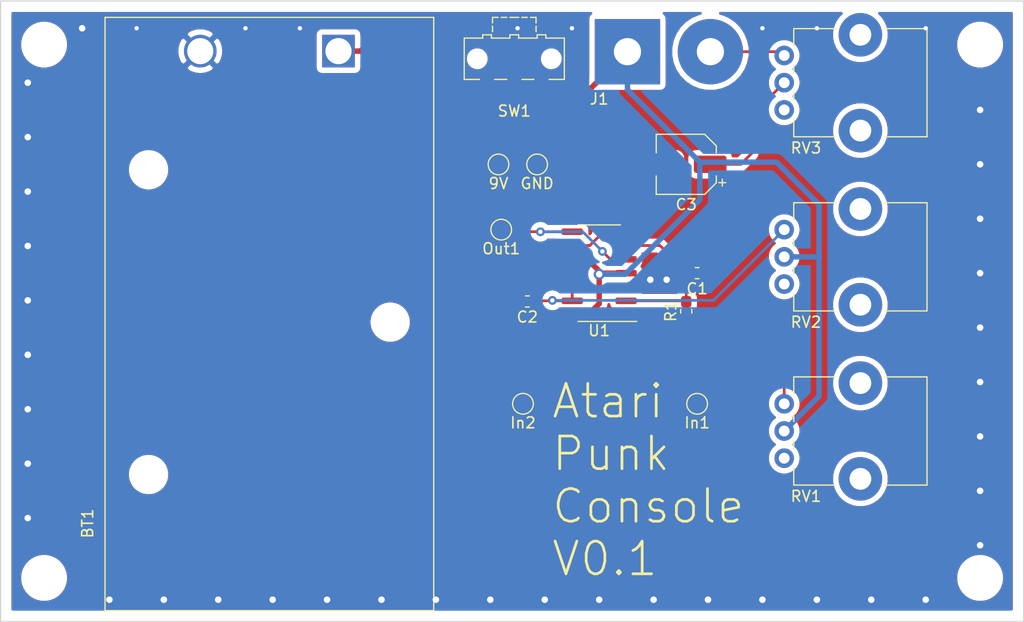
<source format=kicad_pcb>
(kicad_pcb (version 20171130) (host pcbnew "(5.1.4-0-10_14)")

  (general
    (thickness 1.6)
    (drawings 5)
    (tracks 113)
    (zones 0)
    (modules 20)
    (nets 11)
  )

  (page A4)
  (layers
    (0 F.Cu signal)
    (31 B.Cu signal)
    (32 B.Adhes user)
    (33 F.Adhes user)
    (34 B.Paste user)
    (35 F.Paste user)
    (36 B.SilkS user)
    (37 F.SilkS user)
    (38 B.Mask user)
    (39 F.Mask user)
    (40 Dwgs.User user)
    (41 Cmts.User user)
    (42 Eco1.User user)
    (43 Eco2.User user)
    (44 Edge.Cuts user)
    (45 Margin user)
    (46 B.CrtYd user)
    (47 F.CrtYd user)
    (48 B.Fab user)
    (49 F.Fab user)
  )

  (setup
    (last_trace_width 0.25)
    (trace_clearance 0.2)
    (zone_clearance 0.508)
    (zone_45_only no)
    (trace_min 0.2)
    (via_size 0.8)
    (via_drill 0.4)
    (via_min_size 0.4)
    (via_min_drill 0.3)
    (uvia_size 0.3)
    (uvia_drill 0.1)
    (uvias_allowed no)
    (uvia_min_size 0.2)
    (uvia_min_drill 0.1)
    (edge_width 0.05)
    (segment_width 0.2)
    (pcb_text_width 0.3)
    (pcb_text_size 1.5 1.5)
    (mod_edge_width 0.12)
    (mod_text_size 1 1)
    (mod_text_width 0.15)
    (pad_size 1.524 1.524)
    (pad_drill 0.762)
    (pad_to_mask_clearance 0.051)
    (solder_mask_min_width 0.25)
    (aux_axis_origin 0 0)
    (visible_elements FFFFFF7F)
    (pcbplotparams
      (layerselection 0x010fc_ffffffff)
      (usegerberextensions false)
      (usegerberattributes false)
      (usegerberadvancedattributes false)
      (creategerberjobfile false)
      (excludeedgelayer true)
      (linewidth 0.100000)
      (plotframeref false)
      (viasonmask false)
      (mode 1)
      (useauxorigin false)
      (hpglpennumber 1)
      (hpglpenspeed 20)
      (hpglpendiameter 15.000000)
      (psnegative false)
      (psa4output false)
      (plotreference true)
      (plotvalue true)
      (plotinvisibletext false)
      (padsonsilk false)
      (subtractmaskfromsilk false)
      (outputformat 1)
      (mirror false)
      (drillshape 1)
      (scaleselection 1)
      (outputdirectory ""))
  )

  (net 0 "")
  (net 1 "Net-(BT1-Pad1)")
  (net 2 GND)
  (net 3 "Net-(C1-Pad2)")
  (net 4 "Net-(C2-Pad1)")
  (net 5 "Net-(C3-Pad2)")
  (net 6 "Net-(C3-Pad1)")
  (net 7 "Net-(J1-Pad2)")
  (net 8 +9V)
  (net 9 "Net-(R1-Pad1)")
  (net 10 "Net-(TP3-Pad1)")

  (net_class Default "Dies ist die voreingestellte Netzklasse."
    (clearance 0.2)
    (trace_width 0.25)
    (via_dia 0.8)
    (via_drill 0.4)
    (uvia_dia 0.3)
    (uvia_drill 0.1)
    (add_net "Net-(C1-Pad2)")
    (add_net "Net-(C2-Pad1)")
    (add_net "Net-(C3-Pad1)")
    (add_net "Net-(C3-Pad2)")
    (add_net "Net-(J1-Pad2)")
    (add_net "Net-(R1-Pad1)")
    (add_net "Net-(TP3-Pad1)")
  )

  (net_class Power ""
    (clearance 0.3)
    (trace_width 0.5)
    (via_dia 1)
    (via_drill 0.6)
    (uvia_dia 0.3)
    (uvia_drill 0.1)
    (add_net +9V)
    (add_net GND)
    (add_net "Net-(BT1-Pad1)")
  )

  (module Package_SO:SOIC-14_3.9x8.7mm_P1.27mm (layer F.Cu) (tedit 5C97300E) (tstamp 5D8F4578)
    (at 140 70 180)
    (descr "SOIC, 14 Pin (JEDEC MS-012AB, https://www.analog.com/media/en/package-pcb-resources/package/pkg_pdf/soic_narrow-r/r_14.pdf), generated with kicad-footprint-generator ipc_gullwing_generator.py")
    (tags "SOIC SO")
    (path /5D801BE1)
    (attr smd)
    (fp_text reference U1 (at 0 -5.28) (layer F.SilkS)
      (effects (font (size 1 1) (thickness 0.15)))
    )
    (fp_text value NE556 (at 0 5.28) (layer F.Fab)
      (effects (font (size 1 1) (thickness 0.15)))
    )
    (fp_text user %R (at 0 0) (layer F.Fab)
      (effects (font (size 0.98 0.98) (thickness 0.15)))
    )
    (fp_line (start 3.7 -4.58) (end -3.7 -4.58) (layer F.CrtYd) (width 0.05))
    (fp_line (start 3.7 4.58) (end 3.7 -4.58) (layer F.CrtYd) (width 0.05))
    (fp_line (start -3.7 4.58) (end 3.7 4.58) (layer F.CrtYd) (width 0.05))
    (fp_line (start -3.7 -4.58) (end -3.7 4.58) (layer F.CrtYd) (width 0.05))
    (fp_line (start -1.95 -3.35) (end -0.975 -4.325) (layer F.Fab) (width 0.1))
    (fp_line (start -1.95 4.325) (end -1.95 -3.35) (layer F.Fab) (width 0.1))
    (fp_line (start 1.95 4.325) (end -1.95 4.325) (layer F.Fab) (width 0.1))
    (fp_line (start 1.95 -4.325) (end 1.95 4.325) (layer F.Fab) (width 0.1))
    (fp_line (start -0.975 -4.325) (end 1.95 -4.325) (layer F.Fab) (width 0.1))
    (fp_line (start 0 -4.435) (end -3.45 -4.435) (layer F.SilkS) (width 0.12))
    (fp_line (start 0 -4.435) (end 1.95 -4.435) (layer F.SilkS) (width 0.12))
    (fp_line (start 0 4.435) (end -1.95 4.435) (layer F.SilkS) (width 0.12))
    (fp_line (start 0 4.435) (end 1.95 4.435) (layer F.SilkS) (width 0.12))
    (pad 14 smd roundrect (at 2.475 -3.81 180) (size 1.95 0.6) (layers F.Cu F.Paste F.Mask) (roundrect_rratio 0.25)
      (net 8 +9V))
    (pad 13 smd roundrect (at 2.475 -2.54 180) (size 1.95 0.6) (layers F.Cu F.Paste F.Mask) (roundrect_rratio 0.25)
      (net 4 "Net-(C2-Pad1)"))
    (pad 12 smd roundrect (at 2.475 -1.27 180) (size 1.95 0.6) (layers F.Cu F.Paste F.Mask) (roundrect_rratio 0.25)
      (net 4 "Net-(C2-Pad1)"))
    (pad 11 smd roundrect (at 2.475 0 180) (size 1.95 0.6) (layers F.Cu F.Paste F.Mask) (roundrect_rratio 0.25))
    (pad 10 smd roundrect (at 2.475 1.27 180) (size 1.95 0.6) (layers F.Cu F.Paste F.Mask) (roundrect_rratio 0.25)
      (net 8 +9V))
    (pad 9 smd roundrect (at 2.475 2.54 180) (size 1.95 0.6) (layers F.Cu F.Paste F.Mask) (roundrect_rratio 0.25)
      (net 5 "Net-(C3-Pad2)"))
    (pad 8 smd roundrect (at 2.475 3.81 180) (size 1.95 0.6) (layers F.Cu F.Paste F.Mask) (roundrect_rratio 0.25)
      (net 10 "Net-(TP3-Pad1)"))
    (pad 7 smd roundrect (at -2.475 3.81 180) (size 1.95 0.6) (layers F.Cu F.Paste F.Mask) (roundrect_rratio 0.25)
      (net 2 GND))
    (pad 6 smd roundrect (at -2.475 2.54 180) (size 1.95 0.6) (layers F.Cu F.Paste F.Mask) (roundrect_rratio 0.25)
      (net 3 "Net-(C1-Pad2)"))
    (pad 5 smd roundrect (at -2.475 1.27 180) (size 1.95 0.6) (layers F.Cu F.Paste F.Mask) (roundrect_rratio 0.25)
      (net 10 "Net-(TP3-Pad1)"))
    (pad 4 smd roundrect (at -2.475 0 180) (size 1.95 0.6) (layers F.Cu F.Paste F.Mask) (roundrect_rratio 0.25)
      (net 8 +9V))
    (pad 3 smd roundrect (at -2.475 -1.27 180) (size 1.95 0.6) (layers F.Cu F.Paste F.Mask) (roundrect_rratio 0.25))
    (pad 2 smd roundrect (at -2.475 -2.54 180) (size 1.95 0.6) (layers F.Cu F.Paste F.Mask) (roundrect_rratio 0.25)
      (net 3 "Net-(C1-Pad2)"))
    (pad 1 smd roundrect (at -2.475 -3.81 180) (size 1.95 0.6) (layers F.Cu F.Paste F.Mask) (roundrect_rratio 0.25)
      (net 9 "Net-(R1-Pad1)"))
    (model ${KISYS3DMOD}/Package_SO.3dshapes/SOIC-14_3.9x8.7mm_P1.27mm.wrl
      (at (xyz 0 0 0))
      (scale (xyz 1 1 1))
      (rotate (xyz 0 0 0))
    )
  )

  (module TestPoint:TestPoint_Pad_D1.5mm (layer F.Cu) (tedit 5A0F774F) (tstamp 5D8F3E23)
    (at 133 82)
    (descr "SMD pad as test Point, diameter 1.5mm")
    (tags "test point SMD pad")
    (path /5D8BBE50)
    (attr virtual)
    (fp_text reference TP5 (at 0 -1.648) (layer F.SilkS) hide
      (effects (font (size 1 1) (thickness 0.15)))
    )
    (fp_text value In2 (at 0 1.75) (layer F.SilkS)
      (effects (font (size 1 1) (thickness 0.15)))
    )
    (fp_circle (center 0 0) (end 0 0.95) (layer F.SilkS) (width 0.12))
    (fp_circle (center 0 0) (end 1.25 0) (layer F.CrtYd) (width 0.05))
    (fp_text user %R (at 0 -1.65) (layer F.Fab)
      (effects (font (size 1 1) (thickness 0.15)))
    )
    (pad 1 smd circle (at 0 0) (size 1.5 1.5) (layers F.Cu F.Mask)
      (net 4 "Net-(C2-Pad1)"))
  )

  (module TestPoint:TestPoint_Pad_D1.5mm (layer F.Cu) (tedit 5A0F774F) (tstamp 5D8F3E1B)
    (at 149 82)
    (descr "SMD pad as test Point, diameter 1.5mm")
    (tags "test point SMD pad")
    (path /5D8BF642)
    (attr virtual)
    (fp_text reference TP4 (at 0 -1.648) (layer F.SilkS) hide
      (effects (font (size 1 1) (thickness 0.15)))
    )
    (fp_text value In1 (at 0 1.75) (layer F.SilkS)
      (effects (font (size 1 1) (thickness 0.15)))
    )
    (fp_circle (center 0 0) (end 0 0.95) (layer F.SilkS) (width 0.12))
    (fp_circle (center 0 0) (end 1.25 0) (layer F.CrtYd) (width 0.05))
    (fp_text user %R (at 0 -1.65) (layer F.Fab)
      (effects (font (size 1 1) (thickness 0.15)))
    )
    (pad 1 smd circle (at 0 0) (size 1.5 1.5) (layers F.Cu F.Mask)
      (net 9 "Net-(R1-Pad1)"))
  )

  (module TestPoint:TestPoint_Pad_D1.5mm (layer F.Cu) (tedit 5A0F774F) (tstamp 5D8F3E13)
    (at 131 66)
    (descr "SMD pad as test Point, diameter 1.5mm")
    (tags "test point SMD pad")
    (path /5D899D42)
    (attr virtual)
    (fp_text reference TP3 (at 0 -1.648) (layer F.SilkS) hide
      (effects (font (size 1 1) (thickness 0.15)))
    )
    (fp_text value Out1 (at 0 1.75) (layer F.SilkS)
      (effects (font (size 1 1) (thickness 0.15)))
    )
    (fp_circle (center 0 0) (end 0 0.95) (layer F.SilkS) (width 0.12))
    (fp_circle (center 0 0) (end 1.25 0) (layer F.CrtYd) (width 0.05))
    (fp_text user %R (at 0 -1.65) (layer F.Fab)
      (effects (font (size 1 1) (thickness 0.15)))
    )
    (pad 1 smd circle (at 0 0) (size 1.5 1.5) (layers F.Cu F.Mask)
      (net 10 "Net-(TP3-Pad1)"))
  )

  (module TestPoint:TestPoint_Pad_D1.5mm (layer F.Cu) (tedit 5A0F774F) (tstamp 5D8F3E0B)
    (at 134.3 60.01)
    (descr "SMD pad as test Point, diameter 1.5mm")
    (tags "test point SMD pad")
    (path /5D891CD6)
    (attr virtual)
    (fp_text reference TP2 (at 0 -1.648) (layer F.SilkS) hide
      (effects (font (size 1 1) (thickness 0.15)))
    )
    (fp_text value GND (at 0 1.75) (layer F.SilkS)
      (effects (font (size 1 1) (thickness 0.15)))
    )
    (fp_circle (center 0 0) (end 0 0.95) (layer F.SilkS) (width 0.12))
    (fp_circle (center 0 0) (end 1.25 0) (layer F.CrtYd) (width 0.05))
    (fp_text user %R (at 0 -1.65) (layer F.Fab)
      (effects (font (size 1 1) (thickness 0.15)))
    )
    (pad 1 smd circle (at 0 0) (size 1.5 1.5) (layers F.Cu F.Mask)
      (net 2 GND))
  )

  (module TestPoint:TestPoint_Pad_D1.5mm (layer F.Cu) (tedit 5A0F774F) (tstamp 5D8F3E03)
    (at 130.75 60.01)
    (descr "SMD pad as test Point, diameter 1.5mm")
    (tags "test point SMD pad")
    (path /5D88E671)
    (attr virtual)
    (fp_text reference TP1 (at 0 -1.648) (layer F.SilkS) hide
      (effects (font (size 1 1) (thickness 0.15)))
    )
    (fp_text value 9V (at 0 1.75) (layer F.SilkS)
      (effects (font (size 1 1) (thickness 0.15)))
    )
    (fp_circle (center 0 0) (end 0 0.95) (layer F.SilkS) (width 0.12))
    (fp_circle (center 0 0) (end 1.25 0) (layer F.CrtYd) (width 0.05))
    (fp_text user %R (at 0 -1.65) (layer F.Fab)
      (effects (font (size 1 1) (thickness 0.15)))
    )
    (pad 1 smd circle (at 0 0) (size 1.5 1.5) (layers F.Cu F.Mask)
      (net 8 +9V))
  )

  (module Button_Switch_SMD:SW_SPDT_CK-JS102011SAQN (layer F.Cu) (tedit 5A02FC95) (tstamp 5D8F3DFB)
    (at 132.2 50.3 180)
    (descr "Sub-miniature slide switch, right-angle, http://www.ckswitches.com/media/1422/js.pdf")
    (tags "switch spdt")
    (path /5D80B453)
    (attr smd)
    (fp_text reference SW1 (at 0 -4.8) (layer F.SilkS)
      (effects (font (size 1 1) (thickness 0.15)))
    )
    (fp_text value SW_SPDT (at 0 -2.9) (layer F.Fab)
      (effects (font (size 1 1) (thickness 0.15)))
    )
    (fp_line (start -0.4 3.8) (end -0.4 3.8) (layer F.SilkS) (width 0.12))
    (fp_line (start 0.4 3.8) (end -0.4 3.8) (layer F.SilkS) (width 0.12))
    (fp_line (start 0.7 3.8) (end 0.7 3.8) (layer F.SilkS) (width 0.12))
    (fp_line (start 1.2 3.8) (end 0.7 3.8) (layer F.SilkS) (width 0.12))
    (fp_line (start -0.7 3.8) (end -0.7 3.8) (layer F.SilkS) (width 0.12))
    (fp_line (start -1.2 3.8) (end -0.7 3.8) (layer F.SilkS) (width 0.12))
    (fp_line (start -2 2.5) (end -2 2.5) (layer F.SilkS) (width 0.12))
    (fp_line (start -2 3) (end -2 2.5) (layer F.SilkS) (width 0.12))
    (fp_line (start 2 2.5) (end 2 2.5) (layer F.SilkS) (width 0.12))
    (fp_line (start 2 3) (end 2 2.5) (layer F.SilkS) (width 0.12))
    (fp_line (start 2 3.3) (end 2 3.3) (layer F.SilkS) (width 0.12))
    (fp_line (start 2 3.8) (end 2 3.3) (layer F.SilkS) (width 0.12))
    (fp_line (start 1.5 3.8) (end 1.5 3.8) (layer F.SilkS) (width 0.12))
    (fp_line (start 2 3.8) (end 1.5 3.8) (layer F.SilkS) (width 0.12))
    (fp_line (start -1.5 3.8) (end -1.5 3.8) (layer F.SilkS) (width 0.12))
    (fp_line (start -2 3.8) (end -1.5 3.8) (layer F.SilkS) (width 0.12))
    (fp_line (start -2 3.3) (end -2 3.3) (layer F.SilkS) (width 0.12))
    (fp_line (start -2 3.8) (end -2 3.3) (layer F.SilkS) (width 0.12))
    (fp_line (start -5 -2.25) (end -5 -2.25) (layer F.CrtYd) (width 0.05))
    (fp_line (start -3.5 -2.25) (end -5 -2.25) (layer F.CrtYd) (width 0.05))
    (fp_line (start -3.5 -4.5) (end -3.5 -2.25) (layer F.CrtYd) (width 0.05))
    (fp_line (start 3.5 -4.5) (end -3.5 -4.5) (layer F.CrtYd) (width 0.05))
    (fp_line (start 3.5 -2.25) (end 3.5 -4.5) (layer F.CrtYd) (width 0.05))
    (fp_line (start 5 -2.25) (end 3.5 -2.25) (layer F.CrtYd) (width 0.05))
    (fp_line (start 5 2.25) (end 5 -2.25) (layer F.CrtYd) (width 0.05))
    (fp_line (start 3.25 2.25) (end 5 2.25) (layer F.CrtYd) (width 0.05))
    (fp_line (start 3.25 2.5) (end 3.25 2.25) (layer F.CrtYd) (width 0.05))
    (fp_line (start 2.5 2.5) (end 3.25 2.5) (layer F.CrtYd) (width 0.05))
    (fp_line (start 2.5 4.25) (end 2.5 2.5) (layer F.CrtYd) (width 0.05))
    (fp_line (start -2.5 4.25) (end 2.5 4.25) (layer F.CrtYd) (width 0.05))
    (fp_line (start -2.5 2.75) (end -2.5 4.25) (layer F.CrtYd) (width 0.05))
    (fp_line (start -3.25 2.75) (end -2.5 2.75) (layer F.CrtYd) (width 0.05))
    (fp_line (start -3.25 2.25) (end -3.25 2.75) (layer F.CrtYd) (width 0.05))
    (fp_line (start -5 2.25) (end -3.25 2.25) (layer F.CrtYd) (width 0.05))
    (fp_line (start -5 -2.25) (end -5 2.25) (layer F.CrtYd) (width 0.05))
    (fp_line (start -2 1.8) (end -2 1.8) (layer F.Fab) (width 0.1))
    (fp_line (start -2 3.8) (end -2 1.8) (layer F.Fab) (width 0.1))
    (fp_line (start -0.5 3.8) (end -2 3.8) (layer F.Fab) (width 0.1))
    (fp_line (start -0.5 1.8) (end -0.5 3.8) (layer F.Fab) (width 0.1))
    (fp_line (start -4.6 1.9) (end -4.6 1.9) (layer F.SilkS) (width 0.12))
    (fp_line (start -2.9 1.9) (end -4.6 1.9) (layer F.SilkS) (width 0.12))
    (fp_line (start -2.9 2.2) (end -2.9 1.9) (layer F.SilkS) (width 0.12))
    (fp_line (start -2.1 2.2) (end -2.9 2.2) (layer F.SilkS) (width 0.12))
    (fp_line (start -2.1 1.9) (end -2.1 2.2) (layer F.SilkS) (width 0.12))
    (fp_line (start -0.4 1.9) (end -2.1 1.9) (layer F.SilkS) (width 0.12))
    (fp_line (start -0.4 2.2) (end -0.4 1.9) (layer F.SilkS) (width 0.12))
    (fp_line (start 0.4 2.2) (end -0.4 2.2) (layer F.SilkS) (width 0.12))
    (fp_line (start 0.4 1.9) (end 0.4 2.2) (layer F.SilkS) (width 0.12))
    (fp_line (start 2.1 1.9) (end 0.4 1.9) (layer F.SilkS) (width 0.12))
    (fp_line (start 2.1 2.2) (end 2.1 1.9) (layer F.SilkS) (width 0.12))
    (fp_line (start 2.9 2.2) (end 2.1 2.2) (layer F.SilkS) (width 0.12))
    (fp_line (start 2.9 1.9) (end 2.9 2.2) (layer F.SilkS) (width 0.12))
    (fp_line (start 4.6 1.9) (end 2.9 1.9) (layer F.SilkS) (width 0.12))
    (fp_line (start 2.8 1.8) (end 2.8 1.8) (layer F.Fab) (width 0.1))
    (fp_line (start 2.8 2.1) (end 2.8 1.8) (layer F.Fab) (width 0.1))
    (fp_line (start 2.2 2.1) (end 2.8 2.1) (layer F.Fab) (width 0.1))
    (fp_line (start 2.2 1.8) (end 2.2 2.1) (layer F.Fab) (width 0.1))
    (fp_line (start -2.8 1.8) (end -2.8 1.8) (layer F.Fab) (width 0.1))
    (fp_line (start -2.8 2.1) (end -2.8 1.8) (layer F.Fab) (width 0.1))
    (fp_line (start -2.2 2.1) (end -2.8 2.1) (layer F.Fab) (width 0.1))
    (fp_line (start -2.2 1.8) (end -2.2 2.1) (layer F.Fab) (width 0.1))
    (fp_line (start -0.3 1.8) (end -0.3 1.8) (layer F.Fab) (width 0.1))
    (fp_line (start -0.3 2.1) (end -0.3 1.8) (layer F.Fab) (width 0.1))
    (fp_line (start 0.3 2.1) (end -0.3 2.1) (layer F.Fab) (width 0.1))
    (fp_line (start 0.3 1.8) (end 0.3 2.1) (layer F.Fab) (width 0.1))
    (fp_line (start -1.8 -1.9) (end -1.8 -1.9) (layer F.SilkS) (width 0.12))
    (fp_line (start -0.7 -1.9) (end -1.8 -1.9) (layer F.SilkS) (width 0.12))
    (fp_line (start 0.7 -1.9) (end 0.7 -1.9) (layer F.SilkS) (width 0.12))
    (fp_line (start 1.8 -1.9) (end 0.7 -1.9) (layer F.SilkS) (width 0.12))
    (fp_line (start -4.6 -1.9) (end -3.2 -1.9) (layer F.SilkS) (width 0.12))
    (fp_line (start -4.6 1.9) (end -4.6 -1.9) (layer F.SilkS) (width 0.12))
    (fp_line (start 4.6 -1.9) (end 4.6 1.9) (layer F.SilkS) (width 0.12))
    (fp_line (start 3.2 -1.9) (end 4.6 -1.9) (layer F.SilkS) (width 0.12))
    (fp_line (start -1.5 1.8) (end -1.5 1.8) (layer F.Fab) (width 0.1))
    (fp_text user %R (at 0 0) (layer F.Fab)
      (effects (font (size 1 1) (thickness 0.15)))
    )
    (fp_line (start -4.5 1.8) (end -4.5 1.8) (layer F.Fab) (width 0.1))
    (fp_line (start -4.5 -1.8) (end -4.5 1.8) (layer F.Fab) (width 0.1))
    (fp_line (start -4.5 1.8) (end -4.5 1.8) (layer F.Fab) (width 0.1))
    (fp_line (start -4.4 1.8) (end -4.5 1.8) (layer F.Fab) (width 0.1))
    (fp_line (start 4.5 1.8) (end -4.4 1.8) (layer F.Fab) (width 0.1))
    (fp_line (start 4.5 -1.8) (end 4.5 1.8) (layer F.Fab) (width 0.1))
    (fp_line (start -4.5 -1.8) (end 4.5 -1.8) (layer F.Fab) (width 0.1))
    (pad "" np_thru_hole circle (at 3.4 0 180) (size 0.9 0.9) (drill 0.9) (layers *.Cu *.Mask))
    (pad "" np_thru_hole circle (at -3.4 0 180) (size 0.9 0.9) (drill 0.9) (layers *.Cu *.Mask))
    (pad 3 smd rect (at 2.5 -2.75 180) (size 1.25 2.5) (layers F.Cu F.Paste F.Mask))
    (pad 2 smd rect (at 0 -2.75 180) (size 1.25 2.5) (layers F.Cu F.Paste F.Mask)
      (net 1 "Net-(BT1-Pad1)"))
    (pad 1 smd rect (at -2.5 -2.75 180) (size 1.25 2.5) (layers F.Cu F.Paste F.Mask)
      (net 8 +9V))
    (model ${KISYS3DMOD}/Button_Switch_SMD.3dshapes/SW_SPDT_CK-JS102011SAQN.wrl
      (at (xyz 0 0 0))
      (scale (xyz 1 1 1))
      (rotate (xyz 0 0 0))
    )
  )

  (module Potentiometer_THT:Potentiometer_Bourns_PTV09A-1_Single_Vertical (layer F.Cu) (tedit 5A3D4993) (tstamp 5D8F3DA0)
    (at 157 55)
    (descr "Potentiometer, vertical, Bourns PTV09A-1 Single, http://www.bourns.com/docs/Product-Datasheets/ptv09.pdf")
    (tags "Potentiometer vertical Bourns PTV09A-1 Single")
    (path /5D805156)
    (fp_text reference RV3 (at 2 3.5) (layer F.SilkS)
      (effects (font (size 1 1) (thickness 0.15)))
    )
    (fp_text value 5K (at 6.05 5.15) (layer F.Fab)
      (effects (font (size 1 1) (thickness 0.15)))
    )
    (fp_text user %R (at 2 -2.5 90) (layer F.Fab)
      (effects (font (size 1 1) (thickness 0.15)))
    )
    (fp_line (start 13.25 -9.15) (end -1.15 -9.15) (layer F.CrtYd) (width 0.05))
    (fp_line (start 13.25 4.15) (end 13.25 -9.15) (layer F.CrtYd) (width 0.05))
    (fp_line (start -1.15 4.15) (end 13.25 4.15) (layer F.CrtYd) (width 0.05))
    (fp_line (start -1.15 -9.15) (end -1.15 4.15) (layer F.CrtYd) (width 0.05))
    (fp_line (start 13.12 -7.47) (end 13.12 2.47) (layer F.SilkS) (width 0.12))
    (fp_line (start 0.88 0.87) (end 0.88 2.47) (layer F.SilkS) (width 0.12))
    (fp_line (start 0.88 -1.629) (end 0.88 -0.87) (layer F.SilkS) (width 0.12))
    (fp_line (start 0.88 -4.129) (end 0.88 -3.37) (layer F.SilkS) (width 0.12))
    (fp_line (start 0.88 -7.47) (end 0.88 -5.871) (layer F.SilkS) (width 0.12))
    (fp_line (start 9.255 2.47) (end 13.12 2.47) (layer F.SilkS) (width 0.12))
    (fp_line (start 0.88 2.47) (end 4.745 2.47) (layer F.SilkS) (width 0.12))
    (fp_line (start 9.255 -7.47) (end 13.12 -7.47) (layer F.SilkS) (width 0.12))
    (fp_line (start 0.88 -7.47) (end 4.745 -7.47) (layer F.SilkS) (width 0.12))
    (fp_line (start 13 -7.35) (end 1 -7.35) (layer F.Fab) (width 0.1))
    (fp_line (start 13 2.35) (end 13 -7.35) (layer F.Fab) (width 0.1))
    (fp_line (start 1 2.35) (end 13 2.35) (layer F.Fab) (width 0.1))
    (fp_line (start 1 -7.35) (end 1 2.35) (layer F.Fab) (width 0.1))
    (fp_circle (center 7.5 -2.5) (end 10.5 -2.5) (layer F.Fab) (width 0.1))
    (pad "" np_thru_hole circle (at 7 1.9) (size 4 4) (drill 2) (layers *.Cu *.Mask))
    (pad "" np_thru_hole circle (at 7 -6.9) (size 4 4) (drill 2) (layers *.Cu *.Mask))
    (pad 1 thru_hole circle (at 0 0) (size 1.8 1.8) (drill 1) (layers *.Cu *.Mask))
    (pad 2 thru_hole circle (at 0 -2.5) (size 1.8 1.8) (drill 1) (layers *.Cu *.Mask)
      (net 6 "Net-(C3-Pad1)"))
    (pad 3 thru_hole circle (at 0 -5) (size 1.8 1.8) (drill 1) (layers *.Cu *.Mask)
      (net 7 "Net-(J1-Pad2)"))
    (model ${KISYS3DMOD}/Potentiometer_THT.3dshapes/Potentiometer_Bourns_PTV09A-1_Single_Vertical.wrl
      (at (xyz 0 0 0))
      (scale (xyz 1 1 1))
      (rotate (xyz 0 0 0))
    )
  )

  (module Potentiometer_THT:Potentiometer_Bourns_PTV09A-1_Single_Vertical (layer F.Cu) (tedit 5A3D4993) (tstamp 5D8F3D84)
    (at 157 71)
    (descr "Potentiometer, vertical, Bourns PTV09A-1 Single, http://www.bourns.com/docs/Product-Datasheets/ptv09.pdf")
    (tags "Potentiometer vertical Bourns PTV09A-1 Single")
    (path /5D803438)
    (fp_text reference RV2 (at 2 3.5) (layer F.SilkS)
      (effects (font (size 1 1) (thickness 0.15)))
    )
    (fp_text value 1M (at 6.05 5.15) (layer F.Fab)
      (effects (font (size 1 1) (thickness 0.15)))
    )
    (fp_text user %R (at 2 -2.5 90) (layer F.Fab)
      (effects (font (size 1 1) (thickness 0.15)))
    )
    (fp_line (start 13.25 -9.15) (end -1.15 -9.15) (layer F.CrtYd) (width 0.05))
    (fp_line (start 13.25 4.15) (end 13.25 -9.15) (layer F.CrtYd) (width 0.05))
    (fp_line (start -1.15 4.15) (end 13.25 4.15) (layer F.CrtYd) (width 0.05))
    (fp_line (start -1.15 -9.15) (end -1.15 4.15) (layer F.CrtYd) (width 0.05))
    (fp_line (start 13.12 -7.47) (end 13.12 2.47) (layer F.SilkS) (width 0.12))
    (fp_line (start 0.88 0.87) (end 0.88 2.47) (layer F.SilkS) (width 0.12))
    (fp_line (start 0.88 -1.629) (end 0.88 -0.87) (layer F.SilkS) (width 0.12))
    (fp_line (start 0.88 -4.129) (end 0.88 -3.37) (layer F.SilkS) (width 0.12))
    (fp_line (start 0.88 -7.47) (end 0.88 -5.871) (layer F.SilkS) (width 0.12))
    (fp_line (start 9.255 2.47) (end 13.12 2.47) (layer F.SilkS) (width 0.12))
    (fp_line (start 0.88 2.47) (end 4.745 2.47) (layer F.SilkS) (width 0.12))
    (fp_line (start 9.255 -7.47) (end 13.12 -7.47) (layer F.SilkS) (width 0.12))
    (fp_line (start 0.88 -7.47) (end 4.745 -7.47) (layer F.SilkS) (width 0.12))
    (fp_line (start 13 -7.35) (end 1 -7.35) (layer F.Fab) (width 0.1))
    (fp_line (start 13 2.35) (end 13 -7.35) (layer F.Fab) (width 0.1))
    (fp_line (start 1 2.35) (end 13 2.35) (layer F.Fab) (width 0.1))
    (fp_line (start 1 -7.35) (end 1 2.35) (layer F.Fab) (width 0.1))
    (fp_circle (center 7.5 -2.5) (end 10.5 -2.5) (layer F.Fab) (width 0.1))
    (pad "" np_thru_hole circle (at 7 1.9) (size 4 4) (drill 2) (layers *.Cu *.Mask))
    (pad "" np_thru_hole circle (at 7 -6.9) (size 4 4) (drill 2) (layers *.Cu *.Mask))
    (pad 1 thru_hole circle (at 0 0) (size 1.8 1.8) (drill 1) (layers *.Cu *.Mask))
    (pad 2 thru_hole circle (at 0 -2.5) (size 1.8 1.8) (drill 1) (layers *.Cu *.Mask)
      (net 8 +9V))
    (pad 3 thru_hole circle (at 0 -5) (size 1.8 1.8) (drill 1) (layers *.Cu *.Mask)
      (net 4 "Net-(C2-Pad1)"))
    (model ${KISYS3DMOD}/Potentiometer_THT.3dshapes/Potentiometer_Bourns_PTV09A-1_Single_Vertical.wrl
      (at (xyz 0 0 0))
      (scale (xyz 1 1 1))
      (rotate (xyz 0 0 0))
    )
  )

  (module Potentiometer_THT:Potentiometer_Bourns_PTV09A-1_Single_Vertical (layer F.Cu) (tedit 5A3D4993) (tstamp 5D8F3D68)
    (at 157 87)
    (descr "Potentiometer, vertical, Bourns PTV09A-1 Single, http://www.bourns.com/docs/Product-Datasheets/ptv09.pdf")
    (tags "Potentiometer vertical Bourns PTV09A-1 Single")
    (path /5D80479C)
    (fp_text reference RV1 (at 2 3.5) (layer F.SilkS)
      (effects (font (size 1 1) (thickness 0.15)))
    )
    (fp_text value 1M (at 6.05 5.15) (layer F.Fab)
      (effects (font (size 1 1) (thickness 0.15)))
    )
    (fp_text user %R (at 2 -2.5 90) (layer F.Fab)
      (effects (font (size 1 1) (thickness 0.15)))
    )
    (fp_line (start 13.25 -9.15) (end -1.15 -9.15) (layer F.CrtYd) (width 0.05))
    (fp_line (start 13.25 4.15) (end 13.25 -9.15) (layer F.CrtYd) (width 0.05))
    (fp_line (start -1.15 4.15) (end 13.25 4.15) (layer F.CrtYd) (width 0.05))
    (fp_line (start -1.15 -9.15) (end -1.15 4.15) (layer F.CrtYd) (width 0.05))
    (fp_line (start 13.12 -7.47) (end 13.12 2.47) (layer F.SilkS) (width 0.12))
    (fp_line (start 0.88 0.87) (end 0.88 2.47) (layer F.SilkS) (width 0.12))
    (fp_line (start 0.88 -1.629) (end 0.88 -0.87) (layer F.SilkS) (width 0.12))
    (fp_line (start 0.88 -4.129) (end 0.88 -3.37) (layer F.SilkS) (width 0.12))
    (fp_line (start 0.88 -7.47) (end 0.88 -5.871) (layer F.SilkS) (width 0.12))
    (fp_line (start 9.255 2.47) (end 13.12 2.47) (layer F.SilkS) (width 0.12))
    (fp_line (start 0.88 2.47) (end 4.745 2.47) (layer F.SilkS) (width 0.12))
    (fp_line (start 9.255 -7.47) (end 13.12 -7.47) (layer F.SilkS) (width 0.12))
    (fp_line (start 0.88 -7.47) (end 4.745 -7.47) (layer F.SilkS) (width 0.12))
    (fp_line (start 13 -7.35) (end 1 -7.35) (layer F.Fab) (width 0.1))
    (fp_line (start 13 2.35) (end 13 -7.35) (layer F.Fab) (width 0.1))
    (fp_line (start 1 2.35) (end 13 2.35) (layer F.Fab) (width 0.1))
    (fp_line (start 1 -7.35) (end 1 2.35) (layer F.Fab) (width 0.1))
    (fp_circle (center 7.5 -2.5) (end 10.5 -2.5) (layer F.Fab) (width 0.1))
    (pad "" np_thru_hole circle (at 7 1.9) (size 4 4) (drill 2) (layers *.Cu *.Mask))
    (pad "" np_thru_hole circle (at 7 -6.9) (size 4 4) (drill 2) (layers *.Cu *.Mask))
    (pad 1 thru_hole circle (at 0 0) (size 1.8 1.8) (drill 1) (layers *.Cu *.Mask))
    (pad 2 thru_hole circle (at 0 -2.5) (size 1.8 1.8) (drill 1) (layers *.Cu *.Mask)
      (net 8 +9V))
    (pad 3 thru_hole circle (at 0 -5) (size 1.8 1.8) (drill 1) (layers *.Cu *.Mask)
      (net 9 "Net-(R1-Pad1)"))
    (model ${KISYS3DMOD}/Potentiometer_THT.3dshapes/Potentiometer_Bourns_PTV09A-1_Single_Vertical.wrl
      (at (xyz 0 0 0))
      (scale (xyz 1 1 1))
      (rotate (xyz 0 0 0))
    )
  )

  (module Resistor_SMD:R_0603_1608Metric_Pad1.05x0.95mm_HandSolder (layer F.Cu) (tedit 5B301BBD) (tstamp 5D8F3D4C)
    (at 148 73.5 90)
    (descr "Resistor SMD 0603 (1608 Metric), square (rectangular) end terminal, IPC_7351 nominal with elongated pad for handsoldering. (Body size source: http://www.tortai-tech.com/upload/download/2011102023233369053.pdf), generated with kicad-footprint-generator")
    (tags "resistor handsolder")
    (path /5D8058FA)
    (attr smd)
    (fp_text reference R1 (at 0 -1.43 90) (layer F.SilkS)
      (effects (font (size 1 1) (thickness 0.15)))
    )
    (fp_text value 1K (at 0 1.43 90) (layer F.Fab)
      (effects (font (size 1 1) (thickness 0.15)))
    )
    (fp_text user %R (at 0 0 90) (layer F.Fab)
      (effects (font (size 0.4 0.4) (thickness 0.06)))
    )
    (fp_line (start 1.65 0.73) (end -1.65 0.73) (layer F.CrtYd) (width 0.05))
    (fp_line (start 1.65 -0.73) (end 1.65 0.73) (layer F.CrtYd) (width 0.05))
    (fp_line (start -1.65 -0.73) (end 1.65 -0.73) (layer F.CrtYd) (width 0.05))
    (fp_line (start -1.65 0.73) (end -1.65 -0.73) (layer F.CrtYd) (width 0.05))
    (fp_line (start -0.171267 0.51) (end 0.171267 0.51) (layer F.SilkS) (width 0.12))
    (fp_line (start -0.171267 -0.51) (end 0.171267 -0.51) (layer F.SilkS) (width 0.12))
    (fp_line (start 0.8 0.4) (end -0.8 0.4) (layer F.Fab) (width 0.1))
    (fp_line (start 0.8 -0.4) (end 0.8 0.4) (layer F.Fab) (width 0.1))
    (fp_line (start -0.8 -0.4) (end 0.8 -0.4) (layer F.Fab) (width 0.1))
    (fp_line (start -0.8 0.4) (end -0.8 -0.4) (layer F.Fab) (width 0.1))
    (pad 2 smd roundrect (at 0.875 0 90) (size 1.05 0.95) (layers F.Cu F.Paste F.Mask) (roundrect_rratio 0.25)
      (net 3 "Net-(C1-Pad2)"))
    (pad 1 smd roundrect (at -0.875 0 90) (size 1.05 0.95) (layers F.Cu F.Paste F.Mask) (roundrect_rratio 0.25)
      (net 9 "Net-(R1-Pad1)"))
    (model ${KISYS3DMOD}/Resistor_SMD.3dshapes/R_0603_1608Metric.wrl
      (at (xyz 0 0 0))
      (scale (xyz 1 1 1))
      (rotate (xyz 0 0 0))
    )
  )

  (module Connector_Wire:SolderWirePad_1x02_P7.62mm_Drill2.5mm (layer F.Cu) (tedit 5AEE5F2F) (tstamp 5D8F421A)
    (at 142.6 49.65)
    (descr "Wire solder connection")
    (tags connector)
    (path /5D808D69)
    (attr virtual)
    (fp_text reference J1 (at -2.6 4.35) (layer F.SilkS)
      (effects (font (size 1 1) (thickness 0.15)))
    )
    (fp_text value Conn_01x02 (at 3.81 4.445) (layer F.Fab)
      (effects (font (size 1 1) (thickness 0.15)))
    )
    (fp_line (start 11.12 3.5) (end -3.5 3.5) (layer F.CrtYd) (width 0.05))
    (fp_line (start 11.12 3.5) (end 11.12 -3.5) (layer F.CrtYd) (width 0.05))
    (fp_line (start -3.5 -3.5) (end -3.5 3.5) (layer F.CrtYd) (width 0.05))
    (fp_line (start -3.5 -3.5) (end 11.12 -3.5) (layer F.CrtYd) (width 0.05))
    (fp_text user %R (at 3.85 -3.9) (layer F.Fab)
      (effects (font (size 1 1) (thickness 0.15)))
    )
    (pad 2 thru_hole circle (at 7.62 0) (size 5.99948 5.99948) (drill 2.49936) (layers *.Cu *.Mask)
      (net 7 "Net-(J1-Pad2)"))
    (pad 1 thru_hole rect (at 0 0) (size 5.99948 5.99948) (drill 2.49936) (layers *.Cu *.Mask)
      (net 8 +9V))
  )

  (module MountingHole:MountingHole_3.2mm_M3 (layer F.Cu) (tedit 56D1B4CB) (tstamp 5D8F3D30)
    (at 175 98)
    (descr "Mounting Hole 3.2mm, no annular, M3")
    (tags "mounting hole 3.2mm no annular m3")
    (path /5D82B8FB)
    (attr virtual)
    (fp_text reference H4 (at 0 -4.2) (layer F.SilkS) hide
      (effects (font (size 1 1) (thickness 0.15)))
    )
    (fp_text value MountingHole (at 0 4.2) (layer F.Fab) hide
      (effects (font (size 1 1) (thickness 0.15)))
    )
    (fp_circle (center 0 0) (end 3.45 0) (layer F.CrtYd) (width 0.05))
    (fp_circle (center 0 0) (end 3.2 0) (layer Cmts.User) (width 0.15))
    (fp_text user %R (at 0.3 0) (layer F.Fab)
      (effects (font (size 1 1) (thickness 0.15)))
    )
    (pad 1 np_thru_hole circle (at 0 0) (size 3.2 3.2) (drill 3.2) (layers *.Cu *.Mask))
  )

  (module MountingHole:MountingHole_3.2mm_M3 (layer F.Cu) (tedit 56D1B4CB) (tstamp 5D8F3D28)
    (at 89 98)
    (descr "Mounting Hole 3.2mm, no annular, M3")
    (tags "mounting hole 3.2mm no annular m3")
    (path /5D82B570)
    (attr virtual)
    (fp_text reference H3 (at 0 -4.2) (layer F.SilkS) hide
      (effects (font (size 1 1) (thickness 0.15)))
    )
    (fp_text value MountingHole (at 0 4.2) (layer F.Fab) hide
      (effects (font (size 1 1) (thickness 0.15)))
    )
    (fp_circle (center 0 0) (end 3.45 0) (layer F.CrtYd) (width 0.05))
    (fp_circle (center 0 0) (end 3.2 0) (layer Cmts.User) (width 0.15))
    (fp_text user %R (at 0.3 0) (layer F.Fab)
      (effects (font (size 1 1) (thickness 0.15)))
    )
    (pad 1 np_thru_hole circle (at 0 0) (size 3.2 3.2) (drill 3.2) (layers *.Cu *.Mask))
  )

  (module MountingHole:MountingHole_3.2mm_M3 (layer F.Cu) (tedit 56D1B4CB) (tstamp 5D8F3D20)
    (at 89 49)
    (descr "Mounting Hole 3.2mm, no annular, M3")
    (tags "mounting hole 3.2mm no annular m3")
    (path /5D82A873)
    (attr virtual)
    (fp_text reference H2 (at 0 -4.2) (layer F.SilkS) hide
      (effects (font (size 1 1) (thickness 0.15)))
    )
    (fp_text value MountingHole (at 0 4.2) (layer F.Fab) hide
      (effects (font (size 1 1) (thickness 0.15)))
    )
    (fp_circle (center 0 0) (end 3.45 0) (layer F.CrtYd) (width 0.05))
    (fp_circle (center 0 0) (end 3.2 0) (layer Cmts.User) (width 0.15))
    (fp_text user %R (at 0.3 0) (layer F.Fab)
      (effects (font (size 1 1) (thickness 0.15)))
    )
    (pad 1 np_thru_hole circle (at 0 0) (size 3.2 3.2) (drill 3.2) (layers *.Cu *.Mask))
  )

  (module MountingHole:MountingHole_3.2mm_M3 (layer F.Cu) (tedit 56D1B4CB) (tstamp 5D8F3D18)
    (at 175 49)
    (descr "Mounting Hole 3.2mm, no annular, M3")
    (tags "mounting hole 3.2mm no annular m3")
    (path /5D82BC64)
    (attr virtual)
    (fp_text reference H1 (at 0 -4.2) (layer F.SilkS) hide
      (effects (font (size 1 1) (thickness 0.15)))
    )
    (fp_text value MountingHole (at 0 4.2) (layer F.Fab) hide
      (effects (font (size 1 1) (thickness 0.15)))
    )
    (fp_circle (center 0 0) (end 3.45 0) (layer F.CrtYd) (width 0.05))
    (fp_circle (center 0 0) (end 3.2 0) (layer Cmts.User) (width 0.15))
    (fp_text user %R (at 0.3 0) (layer F.Fab)
      (effects (font (size 1 1) (thickness 0.15)))
    )
    (pad 1 np_thru_hole circle (at 0 0) (size 3.2 3.2) (drill 3.2) (layers *.Cu *.Mask))
  )

  (module Capacitor_SMD:CP_Elec_5x3 (layer F.Cu) (tedit 5BCA39CF) (tstamp 5D8F3D10)
    (at 148 60 180)
    (descr "SMD capacitor, aluminum electrolytic, Nichicon, 5.0x3.0mm")
    (tags "capacitor electrolytic")
    (path /5D806D96)
    (attr smd)
    (fp_text reference C3 (at 0 -3.7) (layer F.SilkS)
      (effects (font (size 1 1) (thickness 0.15)))
    )
    (fp_text value 10uF (at 0 3.7) (layer F.Fab)
      (effects (font (size 1 1) (thickness 0.15)))
    )
    (fp_text user %R (at 0 0) (layer F.Fab)
      (effects (font (size 1 1) (thickness 0.15)))
    )
    (fp_line (start -3.95 1.05) (end -2.9 1.05) (layer F.CrtYd) (width 0.05))
    (fp_line (start -3.95 -1.05) (end -3.95 1.05) (layer F.CrtYd) (width 0.05))
    (fp_line (start -2.9 -1.05) (end -3.95 -1.05) (layer F.CrtYd) (width 0.05))
    (fp_line (start -2.9 1.05) (end -2.9 1.75) (layer F.CrtYd) (width 0.05))
    (fp_line (start -2.9 -1.75) (end -2.9 -1.05) (layer F.CrtYd) (width 0.05))
    (fp_line (start -2.9 -1.75) (end -1.75 -2.9) (layer F.CrtYd) (width 0.05))
    (fp_line (start -2.9 1.75) (end -1.75 2.9) (layer F.CrtYd) (width 0.05))
    (fp_line (start -1.75 -2.9) (end 2.9 -2.9) (layer F.CrtYd) (width 0.05))
    (fp_line (start -1.75 2.9) (end 2.9 2.9) (layer F.CrtYd) (width 0.05))
    (fp_line (start 2.9 1.05) (end 2.9 2.9) (layer F.CrtYd) (width 0.05))
    (fp_line (start 3.95 1.05) (end 2.9 1.05) (layer F.CrtYd) (width 0.05))
    (fp_line (start 3.95 -1.05) (end 3.95 1.05) (layer F.CrtYd) (width 0.05))
    (fp_line (start 2.9 -1.05) (end 3.95 -1.05) (layer F.CrtYd) (width 0.05))
    (fp_line (start 2.9 -2.9) (end 2.9 -1.05) (layer F.CrtYd) (width 0.05))
    (fp_line (start -3.3125 -1.9975) (end -3.3125 -1.3725) (layer F.SilkS) (width 0.12))
    (fp_line (start -3.625 -1.685) (end -3 -1.685) (layer F.SilkS) (width 0.12))
    (fp_line (start -2.76 1.695563) (end -1.695563 2.76) (layer F.SilkS) (width 0.12))
    (fp_line (start -2.76 -1.695563) (end -1.695563 -2.76) (layer F.SilkS) (width 0.12))
    (fp_line (start -2.76 -1.695563) (end -2.76 -1.06) (layer F.SilkS) (width 0.12))
    (fp_line (start -2.76 1.695563) (end -2.76 1.06) (layer F.SilkS) (width 0.12))
    (fp_line (start -1.695563 2.76) (end 2.76 2.76) (layer F.SilkS) (width 0.12))
    (fp_line (start -1.695563 -2.76) (end 2.76 -2.76) (layer F.SilkS) (width 0.12))
    (fp_line (start 2.76 -2.76) (end 2.76 -1.06) (layer F.SilkS) (width 0.12))
    (fp_line (start 2.76 2.76) (end 2.76 1.06) (layer F.SilkS) (width 0.12))
    (fp_line (start -1.783956 -1.45) (end -1.783956 -0.95) (layer F.Fab) (width 0.1))
    (fp_line (start -2.033956 -1.2) (end -1.533956 -1.2) (layer F.Fab) (width 0.1))
    (fp_line (start -2.65 1.65) (end -1.65 2.65) (layer F.Fab) (width 0.1))
    (fp_line (start -2.65 -1.65) (end -1.65 -2.65) (layer F.Fab) (width 0.1))
    (fp_line (start -2.65 -1.65) (end -2.65 1.65) (layer F.Fab) (width 0.1))
    (fp_line (start -1.65 2.65) (end 2.65 2.65) (layer F.Fab) (width 0.1))
    (fp_line (start -1.65 -2.65) (end 2.65 -2.65) (layer F.Fab) (width 0.1))
    (fp_line (start 2.65 -2.65) (end 2.65 2.65) (layer F.Fab) (width 0.1))
    (fp_circle (center 0 0) (end 2.5 0) (layer F.Fab) (width 0.1))
    (pad 2 smd roundrect (at 2.2 0 180) (size 3 1.6) (layers F.Cu F.Paste F.Mask) (roundrect_rratio 0.15625)
      (net 5 "Net-(C3-Pad2)"))
    (pad 1 smd roundrect (at -2.2 0 180) (size 3 1.6) (layers F.Cu F.Paste F.Mask) (roundrect_rratio 0.15625)
      (net 6 "Net-(C3-Pad1)"))
    (model ${KISYS3DMOD}/Capacitor_SMD.3dshapes/CP_Elec_5x3.wrl
      (at (xyz 0 0 0))
      (scale (xyz 1 1 1))
      (rotate (xyz 0 0 0))
    )
  )

  (module Capacitor_SMD:C_0603_1608Metric_Pad1.05x0.95mm_HandSolder (layer F.Cu) (tedit 5B301BBE) (tstamp 5D8F4A72)
    (at 133.4 72.6 180)
    (descr "Capacitor SMD 0603 (1608 Metric), square (rectangular) end terminal, IPC_7351 nominal with elongated pad for handsoldering. (Body size source: http://www.tortai-tech.com/upload/download/2011102023233369053.pdf), generated with kicad-footprint-generator")
    (tags "capacitor handsolder")
    (path /5D806380)
    (attr smd)
    (fp_text reference C2 (at 0 -1.43) (layer F.SilkS)
      (effects (font (size 1 1) (thickness 0.15)))
    )
    (fp_text value 100nF (at 0 1.43) (layer F.Fab)
      (effects (font (size 1 1) (thickness 0.15)))
    )
    (fp_text user %R (at 0 0) (layer F.Fab)
      (effects (font (size 0.4 0.4) (thickness 0.06)))
    )
    (fp_line (start 1.65 0.73) (end -1.65 0.73) (layer F.CrtYd) (width 0.05))
    (fp_line (start 1.65 -0.73) (end 1.65 0.73) (layer F.CrtYd) (width 0.05))
    (fp_line (start -1.65 -0.73) (end 1.65 -0.73) (layer F.CrtYd) (width 0.05))
    (fp_line (start -1.65 0.73) (end -1.65 -0.73) (layer F.CrtYd) (width 0.05))
    (fp_line (start -0.171267 0.51) (end 0.171267 0.51) (layer F.SilkS) (width 0.12))
    (fp_line (start -0.171267 -0.51) (end 0.171267 -0.51) (layer F.SilkS) (width 0.12))
    (fp_line (start 0.8 0.4) (end -0.8 0.4) (layer F.Fab) (width 0.1))
    (fp_line (start 0.8 -0.4) (end 0.8 0.4) (layer F.Fab) (width 0.1))
    (fp_line (start -0.8 -0.4) (end 0.8 -0.4) (layer F.Fab) (width 0.1))
    (fp_line (start -0.8 0.4) (end -0.8 -0.4) (layer F.Fab) (width 0.1))
    (pad 2 smd roundrect (at 0.875 0 180) (size 1.05 0.95) (layers F.Cu F.Paste F.Mask) (roundrect_rratio 0.25)
      (net 2 GND))
    (pad 1 smd roundrect (at -0.875 0 180) (size 1.05 0.95) (layers F.Cu F.Paste F.Mask) (roundrect_rratio 0.25)
      (net 4 "Net-(C2-Pad1)"))
    (model ${KISYS3DMOD}/Capacitor_SMD.3dshapes/C_0603_1608Metric.wrl
      (at (xyz 0 0 0))
      (scale (xyz 1 1 1))
      (rotate (xyz 0 0 0))
    )
  )

  (module Capacitor_SMD:C_0603_1608Metric_Pad1.05x0.95mm_HandSolder (layer F.Cu) (tedit 5B301BBE) (tstamp 5D8F3CD7)
    (at 149 70 180)
    (descr "Capacitor SMD 0603 (1608 Metric), square (rectangular) end terminal, IPC_7351 nominal with elongated pad for handsoldering. (Body size source: http://www.tortai-tech.com/upload/download/2011102023233369053.pdf), generated with kicad-footprint-generator")
    (tags "capacitor handsolder")
    (path /5D805E43)
    (attr smd)
    (fp_text reference C1 (at 0 -1.43) (layer F.SilkS)
      (effects (font (size 1 1) (thickness 0.15)))
    )
    (fp_text value 10nF (at 0 1.43) (layer F.Fab)
      (effects (font (size 1 1) (thickness 0.15)))
    )
    (fp_text user %R (at 0 0) (layer F.Fab)
      (effects (font (size 0.4 0.4) (thickness 0.06)))
    )
    (fp_line (start 1.65 0.73) (end -1.65 0.73) (layer F.CrtYd) (width 0.05))
    (fp_line (start 1.65 -0.73) (end 1.65 0.73) (layer F.CrtYd) (width 0.05))
    (fp_line (start -1.65 -0.73) (end 1.65 -0.73) (layer F.CrtYd) (width 0.05))
    (fp_line (start -1.65 0.73) (end -1.65 -0.73) (layer F.CrtYd) (width 0.05))
    (fp_line (start -0.171267 0.51) (end 0.171267 0.51) (layer F.SilkS) (width 0.12))
    (fp_line (start -0.171267 -0.51) (end 0.171267 -0.51) (layer F.SilkS) (width 0.12))
    (fp_line (start 0.8 0.4) (end -0.8 0.4) (layer F.Fab) (width 0.1))
    (fp_line (start 0.8 -0.4) (end 0.8 0.4) (layer F.Fab) (width 0.1))
    (fp_line (start -0.8 -0.4) (end 0.8 -0.4) (layer F.Fab) (width 0.1))
    (fp_line (start -0.8 0.4) (end -0.8 -0.4) (layer F.Fab) (width 0.1))
    (pad 2 smd roundrect (at 0.875 0 180) (size 1.05 0.95) (layers F.Cu F.Paste F.Mask) (roundrect_rratio 0.25)
      (net 3 "Net-(C1-Pad2)"))
    (pad 1 smd roundrect (at -0.875 0 180) (size 1.05 0.95) (layers F.Cu F.Paste F.Mask) (roundrect_rratio 0.25)
      (net 2 GND))
    (model ${KISYS3DMOD}/Capacitor_SMD.3dshapes/C_0603_1608Metric.wrl
      (at (xyz 0 0 0))
      (scale (xyz 1 1 1))
      (rotate (xyz 0 0 0))
    )
  )

  (module Battery:BatteryHolder_Eagle_12BH611-GR (layer F.Cu) (tedit 5BFC95F9) (tstamp 5D8F3CC6)
    (at 116.05 49.6 90)
    (descr https://eu.mouser.com/datasheet/2/209/EPD-200766-1274481.pdf)
    (tags "9V Battery Holder")
    (path /5D809CD9)
    (fp_text reference BT1 (at -43.4 -23.05 90) (layer F.SilkS)
      (effects (font (size 1 1) (thickness 0.15)))
    )
    (fp_text value Battery_Cell (at -24.13 11.43 270) (layer F.Fab)
      (effects (font (size 1 1) (thickness 0.15)))
    )
    (fp_text user %R (at -24.13 -6.35 270) (layer F.Fab)
      (effects (font (size 1 1) (thickness 0.15)))
    )
    (fp_line (start 3.1 -21.45) (end 3.1 8.75) (layer F.Fab) (width 0.1))
    (fp_line (start 3.1 8.75) (end -51.4 8.75) (layer F.Fab) (width 0.1))
    (fp_line (start -51.4 -21.45) (end 3.1 -21.45) (layer F.Fab) (width 0.1))
    (fp_line (start -51.4 8.75) (end -51.4 -21.45) (layer F.Fab) (width 0.1))
    (fp_line (start -47 2.65) (end -47 -15.35) (layer F.Fab) (width 0.1))
    (fp_line (start -48 2.65) (end -48 -15.35) (layer F.Fab) (width 0.1))
    (fp_line (start -49 2.65) (end -49 -15.35) (layer F.Fab) (width 0.1))
    (fp_line (start -50 2.65) (end -50 -15.35) (layer F.Fab) (width 0.1))
    (fp_line (start -51.4 2.65) (end -47 2.65) (layer F.Fab) (width 0.1))
    (fp_line (start -51.4 -15.35) (end -47 -15.35) (layer F.Fab) (width 0.1))
    (fp_line (start -27 6.65) (end -27 8.75) (layer F.Fab) (width 0.1))
    (fp_line (start -2 6.65) (end -27 6.65) (layer F.Fab) (width 0.1))
    (fp_line (start -27 -19.35) (end -27 -21.45) (layer F.Fab) (width 0.1))
    (fp_line (start -2 -19.35) (end -27 -19.35) (layer F.Fab) (width 0.1))
    (fp_line (start -2 2.05) (end -4 2.05) (layer F.Fab) (width 0.1))
    (fp_line (start -4 2.55) (end -2 2.55) (layer F.Fab) (width 0.1))
    (fp_line (start -2 -2.55) (end -4 -2.55) (layer F.Fab) (width 0.1))
    (fp_line (start -4 -2.05) (end -2 -2.05) (layer F.Fab) (width 0.1))
    (fp_line (start -4 0.25) (end -2 0.25) (layer F.Fab) (width 0.1))
    (fp_line (start -4 -2.55) (end -4 2.55) (layer F.Fab) (width 0.1))
    (fp_line (start -2 -0.25) (end -4 -0.25) (layer F.Fab) (width 0.1))
    (fp_line (start -4 -10.65) (end -2 -10.65) (layer F.Fab) (width 0.1))
    (fp_line (start -4 -14.75) (end -4 -10.65) (layer F.Fab) (width 0.1))
    (fp_line (start -2 -14.75) (end -4 -14.75) (layer F.Fab) (width 0.1))
    (fp_line (start -2 -21.45) (end -2 8.75) (layer F.Fab) (width 0.1))
    (fp_line (start 1.85 8.75) (end 1.85 -21.45) (layer F.Fab) (width 0.1))
    (fp_line (start -51.9 9.25) (end -51.9 -21.95) (layer F.CrtYd) (width 0.05))
    (fp_line (start 3.6 9.25) (end -51.9 9.25) (layer F.CrtYd) (width 0.05))
    (fp_line (start 3.6 -21.95) (end 3.6 9.25) (layer F.CrtYd) (width 0.05))
    (fp_line (start -51.9 -21.95) (end 3.6 -21.95) (layer F.CrtYd) (width 0.05))
    (fp_text user - (at -7 -12.7 90) (layer F.Fab)
      (effects (font (size 3 3) (thickness 0.45)))
    )
    (fp_text user + (at -7 0 90) (layer F.Fab)
      (effects (font (size 3 3) (thickness 0.45)))
    )
    (fp_line (start -51.4 8.75) (end -51.4 -21.45) (layer F.SilkS) (width 0.12))
    (fp_line (start 3.1 8.75) (end -51.4 8.75) (layer F.SilkS) (width 0.12))
    (fp_line (start 3.1 -21.45) (end 3.1 8.75) (layer F.SilkS) (width 0.12))
    (fp_line (start -51.4 -21.45) (end 3.1 -21.45) (layer F.SilkS) (width 0.12))
    (pad "" np_thru_hole circle (at -24.9 4.75 90) (size 2.6 2.6) (drill 2.6) (layers *.Cu *.Mask))
    (pad "" np_thru_hole circle (at -38.9 -17.45 90) (size 2.6 2.6) (drill 2.6) (layers *.Cu *.Mask))
    (pad "" np_thru_hole circle (at -10.9 -17.45 90) (size 2.6 2.6) (drill 2.6) (layers *.Cu *.Mask))
    (pad 1 thru_hole rect (at 0 0 90) (size 3 3) (drill 2.4) (layers *.Cu *.Mask)
      (net 1 "Net-(BT1-Pad1)"))
    (pad 2 thru_hole circle (at 0 -12.7 90) (size 3 3) (drill 2.4) (layers *.Cu *.Mask)
      (net 2 GND))
    (model ${KISYS3DMOD}/Battery.3dshapes/BatteryHolder_Eagle_12BH611-GR.wrl
      (at (xyz 0 0 0))
      (scale (xyz 1 1 1))
      (rotate (xyz 0 0 0))
    )
  )

  (gr_text "Atari\nPunk\nConsole\nV0.1" (at 135.5 89) (layer F.SilkS)
    (effects (font (size 3 3) (thickness 0.25)) (justify left))
  )
  (gr_line (start 85 102) (end 85 45) (layer Edge.Cuts) (width 0.1))
  (gr_line (start 179 102) (end 85 102) (layer Edge.Cuts) (width 0.1))
  (gr_line (start 179 45) (end 179 102) (layer Edge.Cuts) (width 0.1))
  (gr_line (start 85 45) (end 179 45) (layer Edge.Cuts) (width 0.1))

  (segment (start 118.05 49.6) (end 119.65 48) (width 0.5) (layer F.Cu) (net 1))
  (segment (start 116.05 49.6) (end 118.05 49.6) (width 0.5) (layer F.Cu) (net 1))
  (segment (start 119.65 48) (end 130 48) (width 0.5) (layer F.Cu) (net 1))
  (segment (start 132.2 50.2) (end 132.2 53.05) (width 0.5) (layer F.Cu) (net 1))
  (segment (start 130 48) (end 132.2 50.2) (width 0.5) (layer F.Cu) (net 1))
  (via (at 144.7 70.6) (size 1) (drill 0.6) (layers F.Cu B.Cu) (net 2))
  (via (at 146.2 70.6) (size 1) (drill 0.6) (layers F.Cu B.Cu) (net 2))
  (via (at 175 55) (size 1) (drill 0.6) (layers F.Cu B.Cu) (net 2))
  (via (at 175 60) (size 1) (drill 0.6) (layers F.Cu B.Cu) (net 2))
  (via (at 175 65) (size 1) (drill 0.6) (layers F.Cu B.Cu) (net 2))
  (via (at 175 70) (size 1) (drill 0.6) (layers F.Cu B.Cu) (net 2))
  (via (at 175 75) (size 1) (drill 0.6) (layers F.Cu B.Cu) (net 2))
  (via (at 175 80) (size 1) (drill 0.6) (layers F.Cu B.Cu) (net 2))
  (via (at 175 85) (size 1) (drill 0.6) (layers F.Cu B.Cu) (net 2))
  (via (at 175 90) (size 1) (drill 0.6) (layers F.Cu B.Cu) (net 2))
  (via (at 170 100) (size 1) (drill 0.6) (layers F.Cu B.Cu) (net 2))
  (via (at 165 100) (size 1) (drill 0.6) (layers F.Cu B.Cu) (net 2))
  (via (at 160 100) (size 1) (drill 0.6) (layers F.Cu B.Cu) (net 2))
  (via (at 175 95) (size 1) (drill 0.6) (layers F.Cu B.Cu) (net 2))
  (via (at 155 100) (size 1) (drill 0.6) (layers F.Cu B.Cu) (net 2))
  (via (at 150 100) (size 1) (drill 0.6) (layers F.Cu B.Cu) (net 2))
  (via (at 145 100) (size 1) (drill 0.6) (layers F.Cu B.Cu) (net 2))
  (via (at 140 100) (size 1) (drill 0.6) (layers F.Cu B.Cu) (net 2))
  (via (at 135 100) (size 1) (drill 0.6) (layers F.Cu B.Cu) (net 2))
  (via (at 130 100) (size 1) (drill 0.6) (layers F.Cu B.Cu) (net 2))
  (via (at 120 100) (size 1) (drill 0.6) (layers F.Cu B.Cu) (net 2))
  (via (at 125 100) (size 1) (drill 0.6) (layers F.Cu B.Cu) (net 2))
  (via (at 115 100) (size 1) (drill 0.6) (layers F.Cu B.Cu) (net 2))
  (via (at 110 100) (size 1) (drill 0.6) (layers F.Cu B.Cu) (net 2))
  (via (at 105 100) (size 1) (drill 0.6) (layers F.Cu B.Cu) (net 2))
  (via (at 100 100) (size 1) (drill 0.6) (layers F.Cu B.Cu) (net 2))
  (via (at 95 100) (size 1) (drill 0.6) (layers F.Cu B.Cu) (net 2))
  (via (at 87.5 92.5) (size 1) (drill 0.6) (layers F.Cu B.Cu) (net 2))
  (via (at 87.5 87.5) (size 1) (drill 0.6) (layers F.Cu B.Cu) (net 2))
  (via (at 87.5 82.5) (size 1) (drill 0.6) (layers F.Cu B.Cu) (net 2))
  (via (at 87.5 77.5) (size 1) (drill 0.6) (layers F.Cu B.Cu) (net 2))
  (via (at 87.5 72.5) (size 1) (drill 0.6) (layers F.Cu B.Cu) (net 2))
  (via (at 87.5 67.5) (size 1) (drill 0.6) (layers F.Cu B.Cu) (net 2))
  (via (at 87.5 62.5) (size 1) (drill 0.6) (layers F.Cu B.Cu) (net 2))
  (via (at 87.5 57.5) (size 1) (drill 0.6) (layers F.Cu B.Cu) (net 2))
  (via (at 87.5 52.5) (size 1) (drill 0.6) (layers F.Cu B.Cu) (net 2))
  (via (at 92.5 47.5) (size 1) (drill 0.6) (layers F.Cu B.Cu) (net 2))
  (via (at 97.5 47.5) (size 0.8) (drill 0.4) (layers F.Cu B.Cu) (net 2))
  (via (at 107.5 47.5) (size 0.8) (drill 0.4) (layers F.Cu B.Cu) (net 2))
  (via (at 112.5 47.5) (size 0.8) (drill 0.4) (layers F.Cu B.Cu) (net 2))
  (via (at 132.5 47.5) (size 0.8) (drill 0.4) (layers F.Cu B.Cu) (net 2))
  (via (at 137.5 47.5) (size 0.8) (drill 0.4) (layers F.Cu B.Cu) (net 2))
  (via (at 155 47.5) (size 0.8) (drill 0.4) (layers F.Cu B.Cu) (net 2))
  (via (at 160 47.5) (size 0.8) (drill 0.4) (layers F.Cu B.Cu) (net 2))
  (via (at 170 47.5) (size 0.8) (drill 0.4) (layers F.Cu B.Cu) (net 2))
  (segment (start 148 70.125) (end 148.125 70) (width 0.25) (layer F.Cu) (net 3))
  (segment (start 148 72.625) (end 148 70.125) (width 0.25) (layer F.Cu) (net 3))
  (segment (start 147.915 72.54) (end 148 72.625) (width 0.25) (layer F.Cu) (net 3))
  (segment (start 142.475 72.54) (end 147.915 72.54) (width 0.25) (layer F.Cu) (net 3))
  (segment (start 145.585 67.46) (end 148.125 70) (width 0.25) (layer F.Cu) (net 3))
  (segment (start 142.475 67.46) (end 145.585 67.46) (width 0.25) (layer F.Cu) (net 3))
  (segment (start 134.335 72.54) (end 134.275 72.6) (width 0.25) (layer F.Cu) (net 4))
  (segment (start 137.525 72.54) (end 134.335 72.54) (width 0.25) (layer F.Cu) (net 4))
  (segment (start 134.275 80.725) (end 133 82) (width 0.25) (layer F.Cu) (net 4))
  (segment (start 134.275 72.6) (end 134.275 80.725) (width 0.25) (layer F.Cu) (net 4))
  (segment (start 137.525 72.54) (end 137.525 71.27) (width 0.25) (layer F.Cu) (net 4))
  (segment (start 157 66) (end 150.5 72.5) (width 0.25) (layer B.Cu) (net 4))
  (segment (start 150.5 72.5) (end 135.7 72.5) (width 0.25) (layer B.Cu) (net 4))
  (via (at 135.7 72.5) (size 0.8) (drill 0.4) (layers F.Cu B.Cu) (net 4))
  (segment (start 140 66.6) (end 139.14 67.46) (width 0.25) (layer F.Cu) (net 5))
  (segment (start 139.14 67.46) (end 137.525 67.46) (width 0.25) (layer F.Cu) (net 5))
  (segment (start 142.7 60) (end 140 62.7) (width 0.25) (layer F.Cu) (net 5))
  (segment (start 140 62.7) (end 140 66.6) (width 0.25) (layer F.Cu) (net 5))
  (segment (start 145.8 60) (end 142.7 60) (width 0.25) (layer F.Cu) (net 5))
  (segment (start 157 52.5) (end 154 55.5) (width 0.25) (layer F.Cu) (net 6))
  (segment (start 154 55.5) (end 154 59) (width 0.25) (layer F.Cu) (net 6))
  (segment (start 154 59) (end 153 60) (width 0.25) (layer F.Cu) (net 6))
  (segment (start 153 60) (end 150.2 60) (width 0.25) (layer F.Cu) (net 6))
  (segment (start 156.65 49.65) (end 157 50) (width 0.25) (layer F.Cu) (net 7))
  (segment (start 150.22 49.65) (end 156.65 49.65) (width 0.25) (layer F.Cu) (net 7))
  (segment (start 139.2 53.05) (end 142.6 49.65) (width 0.5) (layer F.Cu) (net 8))
  (segment (start 134.7 53.05) (end 139.2 53.05) (width 0.5) (layer F.Cu) (net 8))
  (segment (start 134.7 56.06) (end 134.7 53.05) (width 0.5) (layer F.Cu) (net 8))
  (segment (start 130.75 60.01) (end 134.7 56.06) (width 0.5) (layer F.Cu) (net 8))
  (segment (start 137.525 73.81) (end 138.99 73.81) (width 0.5) (layer F.Cu) (net 8))
  (segment (start 138.99 73.81) (end 140 72.8) (width 0.5) (layer F.Cu) (net 8))
  (segment (start 140 72.8) (end 140 69.8) (width 0.5) (layer F.Cu) (net 8))
  (segment (start 138.93 68.73) (end 137.525 68.73) (width 0.5) (layer F.Cu) (net 8))
  (segment (start 140 69.8) (end 138.93 68.73) (width 0.5) (layer F.Cu) (net 8))
  (segment (start 140.2 70) (end 142.475 70) (width 0.5) (layer F.Cu) (net 8))
  (segment (start 140 69.8) (end 140.2 70) (width 0.5) (layer F.Cu) (net 8))
  (segment (start 142.6 53.14974) (end 149.25026 59.8) (width 0.5) (layer B.Cu) (net 8))
  (segment (start 142.6 49.65) (end 142.6 53.14974) (width 0.5) (layer B.Cu) (net 8))
  (segment (start 149.25026 59.8) (end 156.3 59.8) (width 0.5) (layer B.Cu) (net 8))
  (segment (start 156.3 59.8) (end 160.2 63.7) (width 0.5) (layer B.Cu) (net 8))
  (segment (start 160.2 81.3) (end 157 84.5) (width 0.5) (layer B.Cu) (net 8))
  (segment (start 160.2 68.5) (end 160.2 81.3) (width 0.5) (layer B.Cu) (net 8))
  (segment (start 157 68.5) (end 160.2 68.5) (width 0.5) (layer B.Cu) (net 8))
  (segment (start 160.2 63.7) (end 160.2 68.5) (width 0.5) (layer B.Cu) (net 8))
  (via (at 140 70.1) (size 1) (drill 0.6) (layers F.Cu B.Cu) (net 8))
  (segment (start 142.4 70.1) (end 140 70.1) (width 0.5) (layer B.Cu) (net 8))
  (segment (start 149.25026 63.24974) (end 142.4 70.1) (width 0.5) (layer B.Cu) (net 8))
  (segment (start 149.25026 59.8) (end 149.25026 63.24974) (width 0.5) (layer B.Cu) (net 8))
  (segment (start 149 82) (end 148 81) (width 0.25) (layer F.Cu) (net 9))
  (segment (start 148 81) (end 148 74.375) (width 0.25) (layer F.Cu) (net 9))
  (segment (start 147.435 73.81) (end 148 74.375) (width 0.25) (layer F.Cu) (net 9))
  (segment (start 142.475 73.81) (end 147.435 73.81) (width 0.25) (layer F.Cu) (net 9))
  (segment (start 151.175 74.375) (end 148 74.375) (width 0.25) (layer F.Cu) (net 9))
  (segment (start 157 80.2) (end 151.175 74.375) (width 0.25) (layer F.Cu) (net 9))
  (segment (start 157 82) (end 157 80.2) (width 0.25) (layer F.Cu) (net 9))
  (segment (start 131.19 66.19) (end 131 66) (width 0.25) (layer F.Cu) (net 10))
  (segment (start 137.525 66.19) (end 131.19 66.19) (width 0.25) (layer F.Cu) (net 10))
  (segment (start 142.475 68.73) (end 141.03 68.73) (width 0.25) (layer F.Cu) (net 10))
  (segment (start 141.03 68.73) (end 140.3 68) (width 0.25) (layer F.Cu) (net 10))
  (via (at 140.3 68) (size 0.8) (drill 0.4) (layers F.Cu B.Cu) (net 10))
  (segment (start 140.3 68) (end 138.5 66.2) (width 0.25) (layer B.Cu) (net 10))
  (segment (start 138.5 66.2) (end 134.6 66.2) (width 0.25) (layer B.Cu) (net 10))
  (via (at 134.6 66.2) (size 0.8) (drill 0.4) (layers F.Cu B.Cu) (net 10))

  (zone (net 2) (net_name GND) (layer F.Cu) (tstamp 5D8F54CC) (hatch edge 0.508)
    (connect_pads (clearance 0.508))
    (min_thickness 0.254)
    (fill yes (arc_segments 32) (thermal_gap 0.508) (thermal_bridge_width 0.508))
    (polygon
      (pts
        (xy 86 46) (xy 178 46) (xy 178 101) (xy 86 101)
      )
    )
    (filled_polygon
      (pts
        (xy 139.149075 46.199075) (xy 139.069723 46.295766) (xy 139.010758 46.40608) (xy 138.974448 46.525778) (xy 138.962188 46.65026)
        (xy 138.962188 52.036234) (xy 138.833422 52.165) (xy 135.963072 52.165) (xy 135.963072 51.8) (xy 135.950812 51.675518)
        (xy 135.914502 51.55582) (xy 135.855537 51.445506) (xy 135.791986 51.368068) (xy 135.916483 51.343304) (xy 136.11394 51.261515)
        (xy 136.291647 51.142775) (xy 136.442775 50.991647) (xy 136.561515 50.81394) (xy 136.643304 50.616483) (xy 136.685 50.406863)
        (xy 136.685 50.193137) (xy 136.643304 49.983517) (xy 136.561515 49.78606) (xy 136.442775 49.608353) (xy 136.291647 49.457225)
        (xy 136.11394 49.338485) (xy 135.916483 49.256696) (xy 135.706863 49.215) (xy 135.493137 49.215) (xy 135.283517 49.256696)
        (xy 135.08606 49.338485) (xy 134.908353 49.457225) (xy 134.757225 49.608353) (xy 134.638485 49.78606) (xy 134.556696 49.983517)
        (xy 134.515 50.193137) (xy 134.515 50.406863) (xy 134.556696 50.616483) (xy 134.638485 50.81394) (xy 134.757225 50.991647)
        (xy 134.908353 51.142775) (xy 134.937017 51.161928) (xy 134.075 51.161928) (xy 133.950518 51.174188) (xy 133.83082 51.210498)
        (xy 133.720506 51.269463) (xy 133.623815 51.348815) (xy 133.544463 51.445506) (xy 133.485498 51.55582) (xy 133.45 51.672841)
        (xy 133.414502 51.55582) (xy 133.355537 51.445506) (xy 133.276185 51.348815) (xy 133.179494 51.269463) (xy 133.085 51.218954)
        (xy 133.085 50.243469) (xy 133.089281 50.2) (xy 133.085 50.156531) (xy 133.085 50.156523) (xy 133.072195 50.02651)
        (xy 133.021589 49.859687) (xy 132.939411 49.705941) (xy 132.828817 49.571183) (xy 132.79505 49.543471) (xy 130.656534 47.404956)
        (xy 130.628817 47.371183) (xy 130.494059 47.260589) (xy 130.340313 47.178411) (xy 130.17349 47.127805) (xy 130.043477 47.115)
        (xy 130.043469 47.115) (xy 130 47.110719) (xy 129.956531 47.115) (xy 119.693469 47.115) (xy 119.65 47.110719)
        (xy 119.606531 47.115) (xy 119.606523 47.115) (xy 119.47651 47.127805) (xy 119.309687 47.178411) (xy 119.155941 47.260589)
        (xy 119.054953 47.343468) (xy 119.054951 47.34347) (xy 119.021183 47.371183) (xy 118.99347 47.404951) (xy 118.188072 48.21035)
        (xy 118.188072 48.1) (xy 118.175812 47.975518) (xy 118.139502 47.85582) (xy 118.080537 47.745506) (xy 118.001185 47.648815)
        (xy 117.904494 47.569463) (xy 117.79418 47.510498) (xy 117.674482 47.474188) (xy 117.55 47.461928) (xy 114.55 47.461928)
        (xy 114.425518 47.474188) (xy 114.30582 47.510498) (xy 114.195506 47.569463) (xy 114.098815 47.648815) (xy 114.019463 47.745506)
        (xy 113.960498 47.85582) (xy 113.924188 47.975518) (xy 113.911928 48.1) (xy 113.911928 51.1) (xy 113.924188 51.224482)
        (xy 113.960498 51.34418) (xy 114.019463 51.454494) (xy 114.098815 51.551185) (xy 114.195506 51.630537) (xy 114.30582 51.689502)
        (xy 114.425518 51.725812) (xy 114.55 51.738072) (xy 117.55 51.738072) (xy 117.674482 51.725812) (xy 117.79418 51.689502)
        (xy 117.904494 51.630537) (xy 118.001185 51.551185) (xy 118.080537 51.454494) (xy 118.139502 51.34418) (xy 118.175812 51.224482)
        (xy 118.188072 51.1) (xy 118.188072 50.475683) (xy 118.22349 50.472195) (xy 118.390313 50.421589) (xy 118.544059 50.339411)
        (xy 118.678817 50.228817) (xy 118.706534 50.195044) (xy 120.016579 48.885) (xy 129.633422 48.885) (xy 131.315 50.566579)
        (xy 131.315 51.218954) (xy 131.220506 51.269463) (xy 131.123815 51.348815) (xy 131.044463 51.445506) (xy 130.985498 51.55582)
        (xy 130.95 51.672841) (xy 130.914502 51.55582) (xy 130.855537 51.445506) (xy 130.776185 51.348815) (xy 130.679494 51.269463)
        (xy 130.56918 51.210498) (xy 130.449482 51.174188) (xy 130.325 51.161928) (xy 129.462983 51.161928) (xy 129.491647 51.142775)
        (xy 129.642775 50.991647) (xy 129.761515 50.81394) (xy 129.843304 50.616483) (xy 129.885 50.406863) (xy 129.885 50.193137)
        (xy 129.843304 49.983517) (xy 129.761515 49.78606) (xy 129.642775 49.608353) (xy 129.491647 49.457225) (xy 129.31394 49.338485)
        (xy 129.116483 49.256696) (xy 128.906863 49.215) (xy 128.693137 49.215) (xy 128.483517 49.256696) (xy 128.28606 49.338485)
        (xy 128.108353 49.457225) (xy 127.957225 49.608353) (xy 127.838485 49.78606) (xy 127.756696 49.983517) (xy 127.715 50.193137)
        (xy 127.715 50.406863) (xy 127.756696 50.616483) (xy 127.838485 50.81394) (xy 127.957225 50.991647) (xy 128.108353 51.142775)
        (xy 128.28606 51.261515) (xy 128.483517 51.343304) (xy 128.608014 51.368068) (xy 128.544463 51.445506) (xy 128.485498 51.55582)
        (xy 128.449188 51.675518) (xy 128.436928 51.8) (xy 128.436928 54.3) (xy 128.449188 54.424482) (xy 128.485498 54.54418)
        (xy 128.544463 54.654494) (xy 128.623815 54.751185) (xy 128.720506 54.830537) (xy 128.83082 54.889502) (xy 128.950518 54.925812)
        (xy 129.075 54.938072) (xy 130.325 54.938072) (xy 130.449482 54.925812) (xy 130.56918 54.889502) (xy 130.679494 54.830537)
        (xy 130.776185 54.751185) (xy 130.855537 54.654494) (xy 130.914502 54.54418) (xy 130.95 54.427159) (xy 130.985498 54.54418)
        (xy 131.044463 54.654494) (xy 131.123815 54.751185) (xy 131.220506 54.830537) (xy 131.33082 54.889502) (xy 131.450518 54.925812)
        (xy 131.575 54.938072) (xy 132.825 54.938072) (xy 132.949482 54.925812) (xy 133.06918 54.889502) (xy 133.179494 54.830537)
        (xy 133.276185 54.751185) (xy 133.355537 54.654494) (xy 133.414502 54.54418) (xy 133.45 54.427159) (xy 133.485498 54.54418)
        (xy 133.544463 54.654494) (xy 133.623815 54.751185) (xy 133.720506 54.830537) (xy 133.815 54.881046) (xy 133.815 55.693421)
        (xy 130.883422 58.625) (xy 130.613589 58.625) (xy 130.346011 58.678225) (xy 130.093957 58.782629) (xy 129.867114 58.934201)
        (xy 129.674201 59.127114) (xy 129.522629 59.353957) (xy 129.418225 59.606011) (xy 129.365 59.873589) (xy 129.365 60.146411)
        (xy 129.418225 60.413989) (xy 129.522629 60.666043) (xy 129.674201 60.892886) (xy 129.867114 61.085799) (xy 130.093957 61.237371)
        (xy 130.346011 61.341775) (xy 130.613589 61.395) (xy 130.886411 61.395) (xy 131.153989 61.341775) (xy 131.406043 61.237371)
        (xy 131.632886 61.085799) (xy 131.751692 60.966993) (xy 133.522612 60.966993) (xy 133.588137 61.20586) (xy 133.835116 61.32176)
        (xy 134.09996 61.38725) (xy 134.372492 61.399812) (xy 134.642238 61.358965) (xy 134.898832 61.266277) (xy 135.011863 61.20586)
        (xy 135.077388 60.966993) (xy 134.3 60.189605) (xy 133.522612 60.966993) (xy 131.751692 60.966993) (xy 131.825799 60.892886)
        (xy 131.977371 60.666043) (xy 132.081775 60.413989) (xy 132.135 60.146411) (xy 132.135 60.082492) (xy 132.910188 60.082492)
        (xy 132.951035 60.352238) (xy 133.043723 60.608832) (xy 133.10414 60.721863) (xy 133.343007 60.787388) (xy 134.120395 60.01)
        (xy 134.479605 60.01) (xy 135.256993 60.787388) (xy 135.49586 60.721863) (xy 135.61176 60.474884) (xy 135.67725 60.21004)
        (xy 135.689812 59.937508) (xy 135.648965 59.667762) (xy 135.556277 59.411168) (xy 135.49586 59.298137) (xy 135.256993 59.232612)
        (xy 134.479605 60.01) (xy 134.120395 60.01) (xy 133.343007 59.232612) (xy 133.10414 59.298137) (xy 132.98824 59.545116)
        (xy 132.92275 59.80996) (xy 132.910188 60.082492) (xy 132.135 60.082492) (xy 132.135 59.876578) (xy 132.958571 59.053007)
        (xy 133.522612 59.053007) (xy 134.3 59.830395) (xy 135.077388 59.053007) (xy 135.011863 58.81414) (xy 134.764884 58.69824)
        (xy 134.50004 58.63275) (xy 134.227508 58.620188) (xy 133.957762 58.661035) (xy 133.701168 58.753723) (xy 133.588137 58.81414)
        (xy 133.522612 59.053007) (xy 132.958571 59.053007) (xy 135.29505 56.716528) (xy 135.328817 56.688817) (xy 135.439411 56.554059)
        (xy 135.481128 56.476011) (xy 135.521589 56.400314) (xy 135.572195 56.23349) (xy 135.574947 56.205546) (xy 135.585 56.103477)
        (xy 135.585 56.103469) (xy 135.589281 56.06) (xy 135.585 56.016531) (xy 135.585 54.881046) (xy 135.679494 54.830537)
        (xy 135.776185 54.751185) (xy 135.855537 54.654494) (xy 135.914502 54.54418) (xy 135.950812 54.424482) (xy 135.963072 54.3)
        (xy 135.963072 53.935) (xy 139.156531 53.935) (xy 139.2 53.939281) (xy 139.243469 53.935) (xy 139.243477 53.935)
        (xy 139.37349 53.922195) (xy 139.540313 53.871589) (xy 139.694059 53.789411) (xy 139.828817 53.678817) (xy 139.856534 53.645044)
        (xy 140.213766 53.287812) (xy 145.59974 53.287812) (xy 145.724222 53.275552) (xy 145.84392 53.239242) (xy 145.954234 53.180277)
        (xy 146.050925 53.100925) (xy 146.130277 53.004234) (xy 146.189242 52.89392) (xy 146.225552 52.774222) (xy 146.237812 52.64974)
        (xy 146.237812 46.65026) (xy 146.225552 46.525778) (xy 146.189242 46.40608) (xy 146.130277 46.295766) (xy 146.050925 46.199075)
        (xy 145.963101 46.127) (xy 149.300254 46.127) (xy 149.159785 46.154941) (xy 148.498305 46.428935) (xy 147.902988 46.826713)
        (xy 147.396713 47.332988) (xy 146.998935 47.928305) (xy 146.724941 48.589785) (xy 146.58526 49.292009) (xy 146.58526 50.007991)
        (xy 146.724941 50.710215) (xy 146.998935 51.371695) (xy 147.396713 51.967012) (xy 147.902988 52.473287) (xy 148.498305 52.871065)
        (xy 149.159785 53.145059) (xy 149.862009 53.28474) (xy 150.577991 53.28474) (xy 151.280215 53.145059) (xy 151.941695 52.871065)
        (xy 152.537012 52.473287) (xy 153.043287 51.967012) (xy 153.441065 51.371695) (xy 153.715059 50.710215) (xy 153.774775 50.41)
        (xy 155.516481 50.41) (xy 155.523989 50.447743) (xy 155.639701 50.727095) (xy 155.807688 50.978505) (xy 156.021495 51.192312)
        (xy 156.107831 51.25) (xy 156.021495 51.307688) (xy 155.807688 51.521495) (xy 155.639701 51.772905) (xy 155.523989 52.052257)
        (xy 155.465 52.348816) (xy 155.465 52.651184) (xy 155.516269 52.90893) (xy 153.489003 54.936196) (xy 153.459999 54.959999)
        (xy 153.404871 55.027174) (xy 153.365026 55.075724) (xy 153.324692 55.151184) (xy 153.294454 55.207754) (xy 153.250997 55.351015)
        (xy 153.24 55.462668) (xy 153.24 55.462678) (xy 153.236324 55.5) (xy 153.24 55.537323) (xy 153.240001 58.685197)
        (xy 152.685199 59.24) (xy 152.309861 59.24) (xy 152.270472 59.11015) (xy 152.188405 58.956614) (xy 152.077962 58.822038)
        (xy 151.943386 58.711595) (xy 151.78985 58.629528) (xy 151.623254 58.578992) (xy 151.45 58.561928) (xy 148.95 58.561928)
        (xy 148.776746 58.578992) (xy 148.61015 58.629528) (xy 148.456614 58.711595) (xy 148.322038 58.822038) (xy 148.211595 58.956614)
        (xy 148.129528 59.11015) (xy 148.078992 59.276746) (xy 148.061928 59.45) (xy 148.061928 60.55) (xy 148.078992 60.723254)
        (xy 148.129528 60.88985) (xy 148.211595 61.043386) (xy 148.322038 61.177962) (xy 148.456614 61.288405) (xy 148.61015 61.370472)
        (xy 148.776746 61.421008) (xy 148.95 61.438072) (xy 151.45 61.438072) (xy 151.623254 61.421008) (xy 151.78985 61.370472)
        (xy 151.943386 61.288405) (xy 152.077962 61.177962) (xy 152.188405 61.043386) (xy 152.270472 60.88985) (xy 152.309861 60.76)
        (xy 152.962678 60.76) (xy 153 60.763676) (xy 153.037322 60.76) (xy 153.037333 60.76) (xy 153.148986 60.749003)
        (xy 153.292247 60.705546) (xy 153.424276 60.634974) (xy 153.540001 60.540001) (xy 153.563804 60.510998) (xy 154.511003 59.563799)
        (xy 154.540001 59.540001) (xy 154.634974 59.424276) (xy 154.705546 59.292247) (xy 154.749003 59.148986) (xy 154.76 59.037333)
        (xy 154.763677 59) (xy 154.76 58.962667) (xy 154.76 56.640475) (xy 161.365 56.640475) (xy 161.365 57.159525)
        (xy 161.466261 57.668601) (xy 161.664893 58.148141) (xy 161.953262 58.579715) (xy 162.320285 58.946738) (xy 162.751859 59.235107)
        (xy 163.231399 59.433739) (xy 163.740475 59.535) (xy 164.259525 59.535) (xy 164.768601 59.433739) (xy 165.248141 59.235107)
        (xy 165.679715 58.946738) (xy 166.046738 58.579715) (xy 166.335107 58.148141) (xy 166.533739 57.668601) (xy 166.635 57.159525)
        (xy 166.635 56.640475) (xy 166.533739 56.131399) (xy 166.335107 55.651859) (xy 166.046738 55.220285) (xy 165.679715 54.853262)
        (xy 165.248141 54.564893) (xy 164.768601 54.366261) (xy 164.259525 54.265) (xy 163.740475 54.265) (xy 163.231399 54.366261)
        (xy 162.751859 54.564893) (xy 162.320285 54.853262) (xy 161.953262 55.220285) (xy 161.664893 55.651859) (xy 161.466261 56.131399)
        (xy 161.365 56.640475) (xy 154.76 56.640475) (xy 154.76 55.814801) (xy 155.465 55.109801) (xy 155.465 55.151184)
        (xy 155.523989 55.447743) (xy 155.639701 55.727095) (xy 155.807688 55.978505) (xy 156.021495 56.192312) (xy 156.272905 56.360299)
        (xy 156.552257 56.476011) (xy 156.848816 56.535) (xy 157.151184 56.535) (xy 157.447743 56.476011) (xy 157.727095 56.360299)
        (xy 157.978505 56.192312) (xy 158.192312 55.978505) (xy 158.360299 55.727095) (xy 158.476011 55.447743) (xy 158.535 55.151184)
        (xy 158.535 54.848816) (xy 158.476011 54.552257) (xy 158.360299 54.272905) (xy 158.192312 54.021495) (xy 157.978505 53.807688)
        (xy 157.892169 53.75) (xy 157.978505 53.692312) (xy 158.192312 53.478505) (xy 158.360299 53.227095) (xy 158.476011 52.947743)
        (xy 158.535 52.651184) (xy 158.535 52.348816) (xy 158.476011 52.052257) (xy 158.360299 51.772905) (xy 158.192312 51.521495)
        (xy 157.978505 51.307688) (xy 157.892169 51.25) (xy 157.978505 51.192312) (xy 158.192312 50.978505) (xy 158.360299 50.727095)
        (xy 158.476011 50.447743) (xy 158.535 50.151184) (xy 158.535 49.848816) (xy 158.476011 49.552257) (xy 158.360299 49.272905)
        (xy 158.192312 49.021495) (xy 157.978505 48.807688) (xy 157.727095 48.639701) (xy 157.447743 48.523989) (xy 157.151184 48.465)
        (xy 156.848816 48.465) (xy 156.552257 48.523989) (xy 156.272905 48.639701) (xy 156.021495 48.807688) (xy 155.939183 48.89)
        (xy 153.774775 48.89) (xy 153.715059 48.589785) (xy 153.441065 47.928305) (xy 153.043287 47.332988) (xy 152.537012 46.826713)
        (xy 151.941695 46.428935) (xy 151.280215 46.154941) (xy 151.139746 46.127) (xy 162.246547 46.127) (xy 161.953262 46.420285)
        (xy 161.664893 46.851859) (xy 161.466261 47.331399) (xy 161.365 47.840475) (xy 161.365 48.359525) (xy 161.466261 48.868601)
        (xy 161.664893 49.348141) (xy 161.953262 49.779715) (xy 162.320285 50.146738) (xy 162.751859 50.435107) (xy 163.231399 50.633739)
        (xy 163.740475 50.735) (xy 164.259525 50.735) (xy 164.768601 50.633739) (xy 165.248141 50.435107) (xy 165.679715 50.146738)
        (xy 166.046738 49.779715) (xy 166.335107 49.348141) (xy 166.533739 48.868601) (xy 166.551388 48.779872) (xy 172.765 48.779872)
        (xy 172.765 49.220128) (xy 172.85089 49.651925) (xy 173.019369 50.058669) (xy 173.263962 50.424729) (xy 173.575271 50.736038)
        (xy 173.941331 50.980631) (xy 174.348075 51.14911) (xy 174.779872 51.235) (xy 175.220128 51.235) (xy 175.651925 51.14911)
        (xy 176.058669 50.980631) (xy 176.424729 50.736038) (xy 176.736038 50.424729) (xy 176.980631 50.058669) (xy 177.14911 49.651925)
        (xy 177.235 49.220128) (xy 177.235 48.779872) (xy 177.14911 48.348075) (xy 176.980631 47.941331) (xy 176.736038 47.575271)
        (xy 176.424729 47.263962) (xy 176.058669 47.019369) (xy 175.651925 46.85089) (xy 175.220128 46.765) (xy 174.779872 46.765)
        (xy 174.348075 46.85089) (xy 173.941331 47.019369) (xy 173.575271 47.263962) (xy 173.263962 47.575271) (xy 173.019369 47.941331)
        (xy 172.85089 48.348075) (xy 172.765 48.779872) (xy 166.551388 48.779872) (xy 166.635 48.359525) (xy 166.635 47.840475)
        (xy 166.533739 47.331399) (xy 166.335107 46.851859) (xy 166.046738 46.420285) (xy 165.753453 46.127) (xy 177.873 46.127)
        (xy 177.873 100.873) (xy 86.127 100.873) (xy 86.127 97.779872) (xy 86.765 97.779872) (xy 86.765 98.220128)
        (xy 86.85089 98.651925) (xy 87.019369 99.058669) (xy 87.263962 99.424729) (xy 87.575271 99.736038) (xy 87.941331 99.980631)
        (xy 88.348075 100.14911) (xy 88.779872 100.235) (xy 89.220128 100.235) (xy 89.651925 100.14911) (xy 90.058669 99.980631)
        (xy 90.424729 99.736038) (xy 90.736038 99.424729) (xy 90.980631 99.058669) (xy 91.14911 98.651925) (xy 91.235 98.220128)
        (xy 91.235 97.779872) (xy 172.765 97.779872) (xy 172.765 98.220128) (xy 172.85089 98.651925) (xy 173.019369 99.058669)
        (xy 173.263962 99.424729) (xy 173.575271 99.736038) (xy 173.941331 99.980631) (xy 174.348075 100.14911) (xy 174.779872 100.235)
        (xy 175.220128 100.235) (xy 175.651925 100.14911) (xy 176.058669 99.980631) (xy 176.424729 99.736038) (xy 176.736038 99.424729)
        (xy 176.980631 99.058669) (xy 177.14911 98.651925) (xy 177.235 98.220128) (xy 177.235 97.779872) (xy 177.14911 97.348075)
        (xy 176.980631 96.941331) (xy 176.736038 96.575271) (xy 176.424729 96.263962) (xy 176.058669 96.019369) (xy 175.651925 95.85089)
        (xy 175.220128 95.765) (xy 174.779872 95.765) (xy 174.348075 95.85089) (xy 173.941331 96.019369) (xy 173.575271 96.263962)
        (xy 173.263962 96.575271) (xy 173.019369 96.941331) (xy 172.85089 97.348075) (xy 172.765 97.779872) (xy 91.235 97.779872)
        (xy 91.14911 97.348075) (xy 90.980631 96.941331) (xy 90.736038 96.575271) (xy 90.424729 96.263962) (xy 90.058669 96.019369)
        (xy 89.651925 95.85089) (xy 89.220128 95.765) (xy 88.779872 95.765) (xy 88.348075 95.85089) (xy 87.941331 96.019369)
        (xy 87.575271 96.263962) (xy 87.263962 96.575271) (xy 87.019369 96.941331) (xy 86.85089 97.348075) (xy 86.765 97.779872)
        (xy 86.127 97.779872) (xy 86.127 88.309419) (xy 96.665 88.309419) (xy 96.665 88.690581) (xy 96.739361 89.064419)
        (xy 96.885225 89.416566) (xy 97.096987 89.733491) (xy 97.366509 90.003013) (xy 97.683434 90.214775) (xy 98.035581 90.360639)
        (xy 98.409419 90.435) (xy 98.790581 90.435) (xy 99.164419 90.360639) (xy 99.516566 90.214775) (xy 99.833491 90.003013)
        (xy 100.103013 89.733491) (xy 100.314775 89.416566) (xy 100.460639 89.064419) (xy 100.535 88.690581) (xy 100.535 88.640475)
        (xy 161.365 88.640475) (xy 161.365 89.159525) (xy 161.466261 89.668601) (xy 161.664893 90.148141) (xy 161.953262 90.579715)
        (xy 162.320285 90.946738) (xy 162.751859 91.235107) (xy 163.231399 91.433739) (xy 163.740475 91.535) (xy 164.259525 91.535)
        (xy 164.768601 91.433739) (xy 165.248141 91.235107) (xy 165.679715 90.946738) (xy 166.046738 90.579715) (xy 166.335107 90.148141)
        (xy 166.533739 89.668601) (xy 166.635 89.159525) (xy 166.635 88.640475) (xy 166.533739 88.131399) (xy 166.335107 87.651859)
        (xy 166.046738 87.220285) (xy 165.679715 86.853262) (xy 165.248141 86.564893) (xy 164.768601 86.366261) (xy 164.259525 86.265)
        (xy 163.740475 86.265) (xy 163.231399 86.366261) (xy 162.751859 86.564893) (xy 162.320285 86.853262) (xy 161.953262 87.220285)
        (xy 161.664893 87.651859) (xy 161.466261 88.131399) (xy 161.365 88.640475) (xy 100.535 88.640475) (xy 100.535 88.309419)
        (xy 100.460639 87.935581) (xy 100.314775 87.583434) (xy 100.103013 87.266509) (xy 99.833491 86.996987) (xy 99.516566 86.785225)
        (xy 99.164419 86.639361) (xy 98.790581 86.565) (xy 98.409419 86.565) (xy 98.035581 86.639361) (xy 97.683434 86.785225)
        (xy 97.366509 86.996987) (xy 97.096987 87.266509) (xy 96.885225 87.583434) (xy 96.739361 87.935581) (xy 96.665 88.309419)
        (xy 86.127 88.309419) (xy 86.127 74.309419) (xy 118.865 74.309419) (xy 118.865 74.690581) (xy 118.939361 75.064419)
        (xy 119.085225 75.416566) (xy 119.296987 75.733491) (xy 119.566509 76.003013) (xy 119.883434 76.214775) (xy 120.235581 76.360639)
        (xy 120.609419 76.435) (xy 120.990581 76.435) (xy 121.364419 76.360639) (xy 121.716566 76.214775) (xy 122.033491 76.003013)
        (xy 122.303013 75.733491) (xy 122.514775 75.416566) (xy 122.660639 75.064419) (xy 122.735 74.690581) (xy 122.735 74.309419)
        (xy 122.660639 73.935581) (xy 122.514775 73.583434) (xy 122.303013 73.266509) (xy 122.111504 73.075) (xy 131.361928 73.075)
        (xy 131.374188 73.199482) (xy 131.410498 73.31918) (xy 131.469463 73.429494) (xy 131.548815 73.526185) (xy 131.645506 73.605537)
        (xy 131.75582 73.664502) (xy 131.875518 73.700812) (xy 132 73.713072) (xy 132.23925 73.71) (xy 132.398 73.55125)
        (xy 132.398 72.727) (xy 131.52375 72.727) (xy 131.365 72.88575) (xy 131.361928 73.075) (xy 122.111504 73.075)
        (xy 122.033491 72.996987) (xy 121.716566 72.785225) (xy 121.364419 72.639361) (xy 120.990581 72.565) (xy 120.609419 72.565)
        (xy 120.235581 72.639361) (xy 119.883434 72.785225) (xy 119.566509 72.996987) (xy 119.296987 73.266509) (xy 119.085225 73.583434)
        (xy 118.939361 73.935581) (xy 118.865 74.309419) (xy 86.127 74.309419) (xy 86.127 72.125) (xy 131.361928 72.125)
        (xy 131.365 72.31425) (xy 131.52375 72.473) (xy 132.398 72.473) (xy 132.398 71.64875) (xy 132.23925 71.49)
        (xy 132 71.486928) (xy 131.875518 71.499188) (xy 131.75582 71.535498) (xy 131.645506 71.594463) (xy 131.548815 71.673815)
        (xy 131.469463 71.770506) (xy 131.410498 71.88082) (xy 131.374188 72.000518) (xy 131.361928 72.125) (xy 86.127 72.125)
        (xy 86.127 65.863589) (xy 129.615 65.863589) (xy 129.615 66.136411) (xy 129.668225 66.403989) (xy 129.772629 66.656043)
        (xy 129.924201 66.882886) (xy 130.117114 67.075799) (xy 130.343957 67.227371) (xy 130.596011 67.331775) (xy 130.863589 67.385)
        (xy 131.136411 67.385) (xy 131.403989 67.331775) (xy 131.656043 67.227371) (xy 131.882886 67.075799) (xy 132.008685 66.95)
        (xy 133.886289 66.95) (xy 133.940226 67.003937) (xy 134.109744 67.117205) (xy 134.298102 67.195226) (xy 134.498061 67.235)
        (xy 134.701939 67.235) (xy 134.901898 67.195226) (xy 135.090256 67.117205) (xy 135.259774 67.003937) (xy 135.313711 66.95)
        (xy 136.003141 66.95) (xy 135.971916 67.008418) (xy 135.927071 67.156255) (xy 135.911928 67.31) (xy 135.911928 67.61)
        (xy 135.927071 67.763745) (xy 135.971916 67.911582) (xy 136.044742 68.047829) (xy 136.083454 68.095) (xy 136.044742 68.142171)
        (xy 135.971916 68.278418) (xy 135.927071 68.426255) (xy 135.911928 68.58) (xy 135.911928 68.88) (xy 135.927071 69.033745)
        (xy 135.971916 69.181582) (xy 136.044742 69.317829) (xy 136.083454 69.365) (xy 136.044742 69.412171) (xy 135.971916 69.548418)
        (xy 135.927071 69.696255) (xy 135.911928 69.85) (xy 135.911928 70.15) (xy 135.927071 70.303745) (xy 135.971916 70.451582)
        (xy 136.044742 70.587829) (xy 136.083454 70.635) (xy 136.044742 70.682171) (xy 135.971916 70.818418) (xy 135.927071 70.966255)
        (xy 135.911928 71.12) (xy 135.911928 71.42) (xy 135.918647 71.488214) (xy 135.801939 71.465) (xy 135.598061 71.465)
        (xy 135.398102 71.504774) (xy 135.209744 71.582795) (xy 135.086388 71.665219) (xy 135.048942 71.634488) (xy 134.897567 71.553577)
        (xy 134.733316 71.503752) (xy 134.5625 71.486928) (xy 133.9875 71.486928) (xy 133.816684 71.503752) (xy 133.652433 71.553577)
        (xy 133.501058 71.634488) (xy 133.477161 71.654099) (xy 133.404494 71.594463) (xy 133.29418 71.535498) (xy 133.174482 71.499188)
        (xy 133.05 71.486928) (xy 132.81075 71.49) (xy 132.652 71.64875) (xy 132.652 72.473) (xy 132.672 72.473)
        (xy 132.672 72.727) (xy 132.652 72.727) (xy 132.652 73.55125) (xy 132.81075 73.71) (xy 133.05 73.713072)
        (xy 133.174482 73.700812) (xy 133.29418 73.664502) (xy 133.404494 73.605537) (xy 133.477161 73.545901) (xy 133.501058 73.565512)
        (xy 133.515 73.572964) (xy 133.515001 80.410197) (xy 133.281365 80.643833) (xy 133.136411 80.615) (xy 132.863589 80.615)
        (xy 132.596011 80.668225) (xy 132.343957 80.772629) (xy 132.117114 80.924201) (xy 131.924201 81.117114) (xy 131.772629 81.343957)
        (xy 131.668225 81.596011) (xy 131.615 81.863589) (xy 131.615 82.136411) (xy 131.668225 82.403989) (xy 131.772629 82.656043)
        (xy 131.924201 82.882886) (xy 132.117114 83.075799) (xy 132.343957 83.227371) (xy 132.596011 83.331775) (xy 132.863589 83.385)
        (xy 133.136411 83.385) (xy 133.403989 83.331775) (xy 133.656043 83.227371) (xy 133.882886 83.075799) (xy 134.075799 82.882886)
        (xy 134.227371 82.656043) (xy 134.331775 82.403989) (xy 134.385 82.136411) (xy 134.385 81.863589) (xy 134.356167 81.718635)
        (xy 134.786003 81.288799) (xy 134.815001 81.265001) (xy 134.909974 81.149276) (xy 134.980546 81.017247) (xy 135.024003 80.873986)
        (xy 135.035 80.762333) (xy 135.035 80.762324) (xy 135.038676 80.725001) (xy 135.035 80.687678) (xy 135.035 73.572964)
        (xy 135.048942 73.565512) (xy 135.181623 73.456623) (xy 135.2129 73.418512) (xy 135.398102 73.495226) (xy 135.598061 73.535)
        (xy 135.801939 73.535) (xy 135.926684 73.510187) (xy 135.911928 73.66) (xy 135.911928 73.96) (xy 135.927071 74.113745)
        (xy 135.971916 74.261582) (xy 136.044742 74.397829) (xy 136.142749 74.517251) (xy 136.262171 74.615258) (xy 136.398418 74.688084)
        (xy 136.546255 74.732929) (xy 136.7 74.748072) (xy 138.35 74.748072) (xy 138.503745 74.732929) (xy 138.628783 74.695)
        (xy 138.946531 74.695) (xy 138.99 74.699281) (xy 139.033469 74.695) (xy 139.033477 74.695) (xy 139.16349 74.682195)
        (xy 139.330313 74.631589) (xy 139.484059 74.549411) (xy 139.618817 74.438817) (xy 139.646534 74.405044) (xy 140.59505 73.456529)
        (xy 140.628817 73.428817) (xy 140.66176 73.388677) (xy 140.739411 73.294059) (xy 140.754137 73.266509) (xy 140.821589 73.140313)
        (xy 140.872195 72.97349) (xy 140.883037 72.863411) (xy 140.921916 72.991582) (xy 140.994742 73.127829) (xy 141.033454 73.175)
        (xy 140.994742 73.222171) (xy 140.921916 73.358418) (xy 140.877071 73.506255) (xy 140.861928 73.66) (xy 140.861928 73.96)
        (xy 140.877071 74.113745) (xy 140.921916 74.261582) (xy 140.994742 74.397829) (xy 141.092749 74.517251) (xy 141.212171 74.615258)
        (xy 141.348418 74.688084) (xy 141.496255 74.732929) (xy 141.65 74.748072) (xy 143.3 74.748072) (xy 143.453745 74.732929)
        (xy 143.601582 74.688084) (xy 143.737829 74.615258) (xy 143.792976 74.57) (xy 146.886928 74.57) (xy 146.886928 74.6625)
        (xy 146.903752 74.833316) (xy 146.953577 74.997567) (xy 147.034488 75.148942) (xy 147.143377 75.281623) (xy 147.240001 75.360921)
        (xy 147.24 80.962677) (xy 147.236324 81) (xy 147.24 81.037322) (xy 147.24 81.037332) (xy 147.250997 81.148985)
        (xy 147.288587 81.272905) (xy 147.294454 81.292246) (xy 147.365026 81.424276) (xy 147.370172 81.430546) (xy 147.459999 81.540001)
        (xy 147.489002 81.563804) (xy 147.643833 81.718635) (xy 147.615 81.863589) (xy 147.615 82.136411) (xy 147.668225 82.403989)
        (xy 147.772629 82.656043) (xy 147.924201 82.882886) (xy 148.117114 83.075799) (xy 148.343957 83.227371) (xy 148.596011 83.331775)
        (xy 148.863589 83.385) (xy 149.136411 83.385) (xy 149.403989 83.331775) (xy 149.656043 83.227371) (xy 149.882886 83.075799)
        (xy 150.075799 82.882886) (xy 150.227371 82.656043) (xy 150.331775 82.403989) (xy 150.385 82.136411) (xy 150.385 81.863589)
        (xy 150.331775 81.596011) (xy 150.227371 81.343957) (xy 150.075799 81.117114) (xy 149.882886 80.924201) (xy 149.656043 80.772629)
        (xy 149.403989 80.668225) (xy 149.136411 80.615) (xy 148.863589 80.615) (xy 148.76 80.635605) (xy 148.76 75.36092)
        (xy 148.856623 75.281623) (xy 148.965512 75.148942) (xy 148.972964 75.135) (xy 150.860199 75.135) (xy 156.240001 80.514803)
        (xy 156.240001 80.661687) (xy 156.021495 80.807688) (xy 155.807688 81.021495) (xy 155.639701 81.272905) (xy 155.523989 81.552257)
        (xy 155.465 81.848816) (xy 155.465 82.151184) (xy 155.523989 82.447743) (xy 155.639701 82.727095) (xy 155.807688 82.978505)
        (xy 156.021495 83.192312) (xy 156.107831 83.25) (xy 156.021495 83.307688) (xy 155.807688 83.521495) (xy 155.639701 83.772905)
        (xy 155.523989 84.052257) (xy 155.465 84.348816) (xy 155.465 84.651184) (xy 155.523989 84.947743) (xy 155.639701 85.227095)
        (xy 155.807688 85.478505) (xy 156.021495 85.692312) (xy 156.107831 85.75) (xy 156.021495 85.807688) (xy 155.807688 86.021495)
        (xy 155.639701 86.272905) (xy 155.523989 86.552257) (xy 155.465 86.848816) (xy 155.465 87.151184) (xy 155.523989 87.447743)
        (xy 155.639701 87.727095) (xy 155.807688 87.978505) (xy 156.021495 88.192312) (xy 156.272905 88.360299) (xy 156.552257 88.476011)
        (xy 156.848816 88.535) (xy 157.151184 88.535) (xy 157.447743 88.476011) (xy 157.727095 88.360299) (xy 157.978505 88.192312)
        (xy 158.192312 87.978505) (xy 158.360299 87.727095) (xy 158.476011 87.447743) (xy 158.535 87.151184) (xy 158.535 86.848816)
        (xy 158.476011 86.552257) (xy 158.360299 86.272905) (xy 158.192312 86.021495) (xy 157.978505 85.807688) (xy 157.892169 85.75)
        (xy 157.978505 85.692312) (xy 158.192312 85.478505) (xy 158.360299 85.227095) (xy 158.476011 84.947743) (xy 158.535 84.651184)
        (xy 158.535 84.348816) (xy 158.476011 84.052257) (xy 158.360299 83.772905) (xy 158.192312 83.521495) (xy 157.978505 83.307688)
        (xy 157.892169 83.25) (xy 157.978505 83.192312) (xy 158.192312 82.978505) (xy 158.360299 82.727095) (xy 158.476011 82.447743)
        (xy 158.535 82.151184) (xy 158.535 81.848816) (xy 158.476011 81.552257) (xy 158.360299 81.272905) (xy 158.192312 81.021495)
        (xy 157.978505 80.807688) (xy 157.76 80.661687) (xy 157.76 80.237322) (xy 157.763676 80.199999) (xy 157.76 80.162677)
        (xy 157.76 80.162667) (xy 157.749003 80.051014) (xy 157.705546 79.907753) (xy 157.669585 79.840475) (xy 161.365 79.840475)
        (xy 161.365 80.359525) (xy 161.466261 80.868601) (xy 161.664893 81.348141) (xy 161.953262 81.779715) (xy 162.320285 82.146738)
        (xy 162.751859 82.435107) (xy 163.231399 82.633739) (xy 163.740475 82.735) (xy 164.259525 82.735) (xy 164.768601 82.633739)
        (xy 165.248141 82.435107) (xy 165.679715 82.146738) (xy 166.046738 81.779715) (xy 166.335107 81.348141) (xy 166.533739 80.868601)
        (xy 166.635 80.359525) (xy 166.635 79.840475) (xy 166.533739 79.331399) (xy 166.335107 78.851859) (xy 166.046738 78.420285)
        (xy 165.679715 78.053262) (xy 165.248141 77.764893) (xy 164.768601 77.566261) (xy 164.259525 77.465) (xy 163.740475 77.465)
        (xy 163.231399 77.566261) (xy 162.751859 77.764893) (xy 162.320285 78.053262) (xy 161.953262 78.420285) (xy 161.664893 78.851859)
        (xy 161.466261 79.331399) (xy 161.365 79.840475) (xy 157.669585 79.840475) (xy 157.634974 79.775723) (xy 157.563799 79.688997)
        (xy 157.540001 79.659999) (xy 157.511003 79.636201) (xy 151.738804 73.864003) (xy 151.715001 73.834999) (xy 151.599276 73.740026)
        (xy 151.467247 73.669454) (xy 151.323986 73.625997) (xy 151.212333 73.615) (xy 151.212322 73.615) (xy 151.175 73.611324)
        (xy 151.137678 73.615) (xy 148.972964 73.615) (xy 148.965512 73.601058) (xy 148.882575 73.5) (xy 148.965512 73.398942)
        (xy 149.046423 73.247567) (xy 149.096248 73.083316) (xy 149.113072 72.9125) (xy 149.113072 72.640475) (xy 161.365 72.640475)
        (xy 161.365 73.159525) (xy 161.466261 73.668601) (xy 161.664893 74.148141) (xy 161.953262 74.579715) (xy 162.320285 74.946738)
        (xy 162.751859 75.235107) (xy 163.231399 75.433739) (xy 163.740475 75.535) (xy 164.259525 75.535) (xy 164.768601 75.433739)
        (xy 165.248141 75.235107) (xy 165.679715 74.946738) (xy 166.046738 74.579715) (xy 166.335107 74.148141) (xy 166.533739 73.668601)
        (xy 166.635 73.159525) (xy 166.635 72.640475) (xy 166.533739 72.131399) (xy 166.335107 71.651859) (xy 166.046738 71.220285)
        (xy 165.679715 70.853262) (xy 165.248141 70.564893) (xy 164.768601 70.366261) (xy 164.259525 70.265) (xy 163.740475 70.265)
        (xy 163.231399 70.366261) (xy 162.751859 70.564893) (xy 162.320285 70.853262) (xy 161.953262 71.220285) (xy 161.664893 71.651859)
        (xy 161.466261 72.131399) (xy 161.365 72.640475) (xy 149.113072 72.640475) (xy 149.113072 72.3375) (xy 149.096248 72.166684)
        (xy 149.046423 72.002433) (xy 148.965512 71.851058) (xy 148.856623 71.718377) (xy 148.76 71.63908) (xy 148.76 71.039777)
        (xy 148.898942 70.965512) (xy 148.922839 70.945901) (xy 148.995506 71.005537) (xy 149.10582 71.064502) (xy 149.225518 71.100812)
        (xy 149.35 71.113072) (xy 149.58925 71.11) (xy 149.748 70.95125) (xy 149.748 70.127) (xy 150.002 70.127)
        (xy 150.002 70.95125) (xy 150.16075 71.11) (xy 150.4 71.113072) (xy 150.524482 71.100812) (xy 150.64418 71.064502)
        (xy 150.754494 71.005537) (xy 150.851185 70.926185) (xy 150.930537 70.829494) (xy 150.989502 70.71918) (xy 151.025812 70.599482)
        (xy 151.038072 70.475) (xy 151.035 70.28575) (xy 150.87625 70.127) (xy 150.002 70.127) (xy 149.748 70.127)
        (xy 149.728 70.127) (xy 149.728 69.873) (xy 149.748 69.873) (xy 149.748 69.04875) (xy 150.002 69.04875)
        (xy 150.002 69.873) (xy 150.87625 69.873) (xy 151.035 69.71425) (xy 151.038072 69.525) (xy 151.025812 69.400518)
        (xy 150.989502 69.28082) (xy 150.930537 69.170506) (xy 150.851185 69.073815) (xy 150.754494 68.994463) (xy 150.64418 68.935498)
        (xy 150.524482 68.899188) (xy 150.4 68.886928) (xy 150.16075 68.89) (xy 150.002 69.04875) (xy 149.748 69.04875)
        (xy 149.58925 68.89) (xy 149.35 68.886928) (xy 149.225518 68.899188) (xy 149.10582 68.935498) (xy 148.995506 68.994463)
        (xy 148.922839 69.054099) (xy 148.898942 69.034488) (xy 148.747567 68.953577) (xy 148.583316 68.903752) (xy 148.4125 68.886928)
        (xy 148.086731 68.886928) (xy 146.148804 66.949003) (xy 146.125001 66.919999) (xy 146.009276 66.825026) (xy 145.877247 66.754454)
        (xy 145.733986 66.710997) (xy 145.622333 66.7) (xy 145.622322 66.7) (xy 145.585 66.696324) (xy 145.547678 66.7)
        (xy 144.04987 66.7) (xy 144.075812 66.614482) (xy 144.088072 66.49) (xy 144.085 66.47575) (xy 143.92625 66.317)
        (xy 142.602 66.317) (xy 142.602 66.337) (xy 142.348 66.337) (xy 142.348 66.317) (xy 141.02375 66.317)
        (xy 140.865 66.47575) (xy 140.861928 66.49) (xy 140.874188 66.614482) (xy 140.910498 66.73418) (xy 140.969463 66.844494)
        (xy 140.99373 66.874064) (xy 140.921916 67.008418) (xy 140.880968 67.143407) (xy 140.790256 67.082795) (xy 140.637513 67.019526)
        (xy 140.705546 66.892247) (xy 140.749003 66.748986) (xy 140.76 66.637333) (xy 140.76 66.637325) (xy 140.763676 66.6)
        (xy 140.76 66.562675) (xy 140.76 65.89) (xy 140.861928 65.89) (xy 140.865 65.90425) (xy 141.02375 66.063)
        (xy 142.348 66.063) (xy 142.348 65.41375) (xy 142.602 65.41375) (xy 142.602 66.063) (xy 143.92625 66.063)
        (xy 144.085 65.90425) (xy 144.088072 65.89) (xy 144.084016 65.848816) (xy 155.465 65.848816) (xy 155.465 66.151184)
        (xy 155.523989 66.447743) (xy 155.639701 66.727095) (xy 155.807688 66.978505) (xy 156.021495 67.192312) (xy 156.107831 67.25)
        (xy 156.021495 67.307688) (xy 155.807688 67.521495) (xy 155.639701 67.772905) (xy 155.523989 68.052257) (xy 155.465 68.348816)
        (xy 155.465 68.651184) (xy 155.523989 68.947743) (xy 155.639701 69.227095) (xy 155.807688 69.478505) (xy 156.021495 69.692312)
        (xy 156.107831 69.75) (xy 156.021495 69.807688) (xy 155.807688 70.021495) (xy 155.639701 70.272905) (xy 155.523989 70.552257)
        (xy 155.465 70.848816) (xy 155.465 71.151184) (xy 155.523989 71.447743) (xy 155.639701 71.727095) (xy 155.807688 71.978505)
        (xy 156.021495 72.192312) (xy 156.272905 72.360299) (xy 156.552257 72.476011) (xy 156.848816 72.535) (xy 157.151184 72.535)
        (xy 157.447743 72.476011) (xy 157.727095 72.360299) (xy 157.978505 72.192312) (xy 158.192312 71.978505) (xy 158.360299 71.727095)
        (xy 158.476011 71.447743) (xy 158.535 71.151184) (xy 158.535 70.848816) (xy 158.476011 70.552257) (xy 158.360299 70.272905)
        (xy 158.192312 70.021495) (xy 157.978505 69.807688) (xy 157.892169 69.75) (xy 157.978505 69.692312) (xy 158.192312 69.478505)
        (xy 158.360299 69.227095) (xy 158.476011 68.947743) (xy 158.535 68.651184) (xy 158.535 68.348816) (xy 158.476011 68.052257)
        (xy 158.360299 67.772905) (xy 158.192312 67.521495) (xy 157.978505 67.307688) (xy 157.892169 67.25) (xy 157.978505 67.192312)
        (xy 158.192312 66.978505) (xy 158.360299 66.727095) (xy 158.476011 66.447743) (xy 158.535 66.151184) (xy 158.535 65.848816)
        (xy 158.476011 65.552257) (xy 158.360299 65.272905) (xy 158.192312 65.021495) (xy 157.978505 64.807688) (xy 157.727095 64.639701)
        (xy 157.447743 64.523989) (xy 157.151184 64.465) (xy 156.848816 64.465) (xy 156.552257 64.523989) (xy 156.272905 64.639701)
        (xy 156.021495 64.807688) (xy 155.807688 65.021495) (xy 155.639701 65.272905) (xy 155.523989 65.552257) (xy 155.465 65.848816)
        (xy 144.084016 65.848816) (xy 144.075812 65.765518) (xy 144.039502 65.64582) (xy 143.980537 65.535506) (xy 143.901185 65.438815)
        (xy 143.804494 65.359463) (xy 143.69418 65.300498) (xy 143.574482 65.264188) (xy 143.45 65.251928) (xy 142.76075 65.255)
        (xy 142.602 65.41375) (xy 142.348 65.41375) (xy 142.18925 65.255) (xy 141.5 65.251928) (xy 141.375518 65.264188)
        (xy 141.25582 65.300498) (xy 141.145506 65.359463) (xy 141.048815 65.438815) (xy 140.969463 65.535506) (xy 140.910498 65.64582)
        (xy 140.874188 65.765518) (xy 140.861928 65.89) (xy 140.76 65.89) (xy 140.76 63.840475) (xy 161.365 63.840475)
        (xy 161.365 64.359525) (xy 161.466261 64.868601) (xy 161.664893 65.348141) (xy 161.953262 65.779715) (xy 162.320285 66.146738)
        (xy 162.751859 66.435107) (xy 163.231399 66.633739) (xy 163.740475 66.735) (xy 164.259525 66.735) (xy 164.768601 66.633739)
        (xy 165.248141 66.435107) (xy 165.679715 66.146738) (xy 166.046738 65.779715) (xy 166.335107 65.348141) (xy 166.533739 64.868601)
        (xy 166.635 64.359525) (xy 166.635 63.840475) (xy 166.533739 63.331399) (xy 166.335107 62.851859) (xy 166.046738 62.420285)
        (xy 165.679715 62.053262) (xy 165.248141 61.764893) (xy 164.768601 61.566261) (xy 164.259525 61.465) (xy 163.740475 61.465)
        (xy 163.231399 61.566261) (xy 162.751859 61.764893) (xy 162.320285 62.053262) (xy 161.953262 62.420285) (xy 161.664893 62.851859)
        (xy 161.466261 63.331399) (xy 161.365 63.840475) (xy 140.76 63.840475) (xy 140.76 63.014801) (xy 143.014802 60.76)
        (xy 143.690139 60.76) (xy 143.729528 60.88985) (xy 143.811595 61.043386) (xy 143.922038 61.177962) (xy 144.056614 61.288405)
        (xy 144.21015 61.370472) (xy 144.376746 61.421008) (xy 144.55 61.438072) (xy 147.05 61.438072) (xy 147.223254 61.421008)
        (xy 147.38985 61.370472) (xy 147.543386 61.288405) (xy 147.677962 61.177962) (xy 147.788405 61.043386) (xy 147.870472 60.88985)
        (xy 147.921008 60.723254) (xy 147.938072 60.55) (xy 147.938072 59.45) (xy 147.921008 59.276746) (xy 147.870472 59.11015)
        (xy 147.788405 58.956614) (xy 147.677962 58.822038) (xy 147.543386 58.711595) (xy 147.38985 58.629528) (xy 147.223254 58.578992)
        (xy 147.05 58.561928) (xy 144.55 58.561928) (xy 144.376746 58.578992) (xy 144.21015 58.629528) (xy 144.056614 58.711595)
        (xy 143.922038 58.822038) (xy 143.811595 58.956614) (xy 143.729528 59.11015) (xy 143.690139 59.24) (xy 142.737333 59.24)
        (xy 142.7 59.236323) (xy 142.662667 59.24) (xy 142.551014 59.250997) (xy 142.407753 59.294454) (xy 142.275724 59.365026)
        (xy 142.159999 59.459999) (xy 142.136201 59.488997) (xy 139.489003 62.136196) (xy 139.459999 62.159999) (xy 139.415046 62.214775)
        (xy 139.365026 62.275724) (xy 139.319638 62.360639) (xy 139.294454 62.407754) (xy 139.250997 62.551015) (xy 139.24 62.662668)
        (xy 139.24 62.662678) (xy 139.236324 62.7) (xy 139.24 62.737323) (xy 139.240001 66.285197) (xy 139.132923 66.392275)
        (xy 139.138072 66.34) (xy 139.138072 66.04) (xy 139.122929 65.886255) (xy 139.078084 65.738418) (xy 139.005258 65.602171)
        (xy 138.907251 65.482749) (xy 138.787829 65.384742) (xy 138.651582 65.311916) (xy 138.503745 65.267071) (xy 138.35 65.251928)
        (xy 136.7 65.251928) (xy 136.546255 65.267071) (xy 136.398418 65.311916) (xy 136.262171 65.384742) (xy 136.207024 65.43)
        (xy 135.293711 65.43) (xy 135.259774 65.396063) (xy 135.090256 65.282795) (xy 134.901898 65.204774) (xy 134.701939 65.165)
        (xy 134.498061 65.165) (xy 134.298102 65.204774) (xy 134.109744 65.282795) (xy 133.940226 65.396063) (xy 133.906289 65.43)
        (xy 132.263011 65.43) (xy 132.227371 65.343957) (xy 132.075799 65.117114) (xy 131.882886 64.924201) (xy 131.656043 64.772629)
        (xy 131.403989 64.668225) (xy 131.136411 64.615) (xy 130.863589 64.615) (xy 130.596011 64.668225) (xy 130.343957 64.772629)
        (xy 130.117114 64.924201) (xy 129.924201 65.117114) (xy 129.772629 65.343957) (xy 129.668225 65.596011) (xy 129.615 65.863589)
        (xy 86.127 65.863589) (xy 86.127 60.309419) (xy 96.665 60.309419) (xy 96.665 60.690581) (xy 96.739361 61.064419)
        (xy 96.885225 61.416566) (xy 97.096987 61.733491) (xy 97.366509 62.003013) (xy 97.683434 62.214775) (xy 98.035581 62.360639)
        (xy 98.409419 62.435) (xy 98.790581 62.435) (xy 99.164419 62.360639) (xy 99.516566 62.214775) (xy 99.833491 62.003013)
        (xy 100.103013 61.733491) (xy 100.314775 61.416566) (xy 100.460639 61.064419) (xy 100.535 60.690581) (xy 100.535 60.309419)
        (xy 100.460639 59.935581) (xy 100.314775 59.583434) (xy 100.103013 59.266509) (xy 99.833491 58.996987) (xy 99.516566 58.785225)
        (xy 99.164419 58.639361) (xy 98.790581 58.565) (xy 98.409419 58.565) (xy 98.035581 58.639361) (xy 97.683434 58.785225)
        (xy 97.366509 58.996987) (xy 97.096987 59.266509) (xy 96.885225 59.583434) (xy 96.739361 59.935581) (xy 96.665 60.309419)
        (xy 86.127 60.309419) (xy 86.127 48.779872) (xy 86.765 48.779872) (xy 86.765 49.220128) (xy 86.85089 49.651925)
        (xy 87.019369 50.058669) (xy 87.263962 50.424729) (xy 87.575271 50.736038) (xy 87.941331 50.980631) (xy 88.348075 51.14911)
        (xy 88.779872 51.235) (xy 89.220128 51.235) (xy 89.651925 51.14911) (xy 89.790638 51.091653) (xy 102.037952 51.091653)
        (xy 102.193962 51.407214) (xy 102.568745 51.59802) (xy 102.973551 51.712044) (xy 103.392824 51.744902) (xy 103.810451 51.695334)
        (xy 104.210383 51.565243) (xy 104.506038 51.407214) (xy 104.662048 51.091653) (xy 103.35 49.779605) (xy 102.037952 51.091653)
        (xy 89.790638 51.091653) (xy 90.058669 50.980631) (xy 90.424729 50.736038) (xy 90.736038 50.424729) (xy 90.980631 50.058669)
        (xy 91.14911 49.651925) (xy 91.15092 49.642824) (xy 101.205098 49.642824) (xy 101.254666 50.060451) (xy 101.384757 50.460383)
        (xy 101.542786 50.756038) (xy 101.858347 50.912048) (xy 103.170395 49.6) (xy 103.529605 49.6) (xy 104.841653 50.912048)
        (xy 105.157214 50.756038) (xy 105.34802 50.381255) (xy 105.462044 49.976449) (xy 105.494902 49.557176) (xy 105.445334 49.139549)
        (xy 105.315243 48.739617) (xy 105.157214 48.443962) (xy 104.841653 48.287952) (xy 103.529605 49.6) (xy 103.170395 49.6)
        (xy 101.858347 48.287952) (xy 101.542786 48.443962) (xy 101.35198 48.818745) (xy 101.237956 49.223551) (xy 101.205098 49.642824)
        (xy 91.15092 49.642824) (xy 91.235 49.220128) (xy 91.235 48.779872) (xy 91.14911 48.348075) (xy 91.049812 48.108347)
        (xy 102.037952 48.108347) (xy 103.35 49.420395) (xy 104.662048 48.108347) (xy 104.506038 47.792786) (xy 104.131255 47.60198)
        (xy 103.726449 47.487956) (xy 103.307176 47.455098) (xy 102.889549 47.504666) (xy 102.489617 47.634757) (xy 102.193962 47.792786)
        (xy 102.037952 48.108347) (xy 91.049812 48.108347) (xy 90.980631 47.941331) (xy 90.736038 47.575271) (xy 90.424729 47.263962)
        (xy 90.058669 47.019369) (xy 89.651925 46.85089) (xy 89.220128 46.765) (xy 88.779872 46.765) (xy 88.348075 46.85089)
        (xy 87.941331 47.019369) (xy 87.575271 47.263962) (xy 87.263962 47.575271) (xy 87.019369 47.941331) (xy 86.85089 48.348075)
        (xy 86.765 48.779872) (xy 86.127 48.779872) (xy 86.127 46.127) (xy 139.236899 46.127)
      )
    )
    (filled_polygon
      (pts
        (xy 146.961928 69.91173) (xy 146.961928 70.2375) (xy 146.978752 70.408316) (xy 147.028577 70.572567) (xy 147.109488 70.723942)
        (xy 147.218377 70.856623) (xy 147.240001 70.874369) (xy 147.24 71.63908) (xy 147.143377 71.718377) (xy 147.092804 71.78)
        (xy 143.996859 71.78) (xy 144.028084 71.721582) (xy 144.072929 71.573745) (xy 144.088072 71.42) (xy 144.088072 71.12)
        (xy 144.072929 70.966255) (xy 144.028084 70.818418) (xy 143.955258 70.682171) (xy 143.916546 70.635) (xy 143.955258 70.587829)
        (xy 144.028084 70.451582) (xy 144.072929 70.303745) (xy 144.088072 70.15) (xy 144.088072 69.85) (xy 144.072929 69.696255)
        (xy 144.028084 69.548418) (xy 143.955258 69.412171) (xy 143.916546 69.365) (xy 143.955258 69.317829) (xy 144.028084 69.181582)
        (xy 144.072929 69.033745) (xy 144.088072 68.88) (xy 144.088072 68.58) (xy 144.072929 68.426255) (xy 144.028084 68.278418)
        (xy 143.996859 68.22) (xy 145.270199 68.22)
      )
    )
  )
  (zone (net 2) (net_name GND) (layer B.Cu) (tstamp 5D8F54C9) (hatch edge 0.508)
    (connect_pads (clearance 0.508))
    (min_thickness 0.254)
    (fill yes (arc_segments 32) (thermal_gap 0.508) (thermal_bridge_width 0.508))
    (polygon
      (pts
        (xy 86 46) (xy 178 46) (xy 178 101) (xy 86 101)
      )
    )
    (filled_polygon
      (pts
        (xy 139.149075 46.199075) (xy 139.069723 46.295766) (xy 139.010758 46.40608) (xy 138.974448 46.525778) (xy 138.962188 46.65026)
        (xy 138.962188 52.64974) (xy 138.974448 52.774222) (xy 139.010758 52.89392) (xy 139.069723 53.004234) (xy 139.149075 53.100925)
        (xy 139.245766 53.180277) (xy 139.35608 53.239242) (xy 139.475778 53.275552) (xy 139.60026 53.287812) (xy 141.724317 53.287812)
        (xy 141.727805 53.32323) (xy 141.778412 53.490053) (xy 141.86059 53.643799) (xy 141.943468 53.744786) (xy 141.943471 53.744789)
        (xy 141.971184 53.778557) (xy 142.004952 53.80627) (xy 148.36526 60.166579) (xy 148.365261 62.88316) (xy 142.033422 69.215)
        (xy 140.71845 69.215) (xy 140.537624 69.094176) (xy 140.394761 69.035) (xy 140.401939 69.035) (xy 140.601898 68.995226)
        (xy 140.790256 68.917205) (xy 140.959774 68.803937) (xy 141.103937 68.659774) (xy 141.217205 68.490256) (xy 141.295226 68.301898)
        (xy 141.335 68.101939) (xy 141.335 67.898061) (xy 141.295226 67.698102) (xy 141.217205 67.509744) (xy 141.103937 67.340226)
        (xy 140.959774 67.196063) (xy 140.790256 67.082795) (xy 140.601898 67.004774) (xy 140.401939 66.965) (xy 140.339802 66.965)
        (xy 139.063803 65.689002) (xy 139.040001 65.659999) (xy 138.924276 65.565026) (xy 138.792247 65.494454) (xy 138.648986 65.450997)
        (xy 138.537333 65.44) (xy 138.537322 65.44) (xy 138.5 65.436324) (xy 138.462678 65.44) (xy 135.303711 65.44)
        (xy 135.259774 65.396063) (xy 135.090256 65.282795) (xy 134.901898 65.204774) (xy 134.701939 65.165) (xy 134.498061 65.165)
        (xy 134.298102 65.204774) (xy 134.109744 65.282795) (xy 133.940226 65.396063) (xy 133.796063 65.540226) (xy 133.682795 65.709744)
        (xy 133.604774 65.898102) (xy 133.565 66.098061) (xy 133.565 66.301939) (xy 133.604774 66.501898) (xy 133.682795 66.690256)
        (xy 133.796063 66.859774) (xy 133.940226 67.003937) (xy 134.109744 67.117205) (xy 134.298102 67.195226) (xy 134.498061 67.235)
        (xy 134.701939 67.235) (xy 134.901898 67.195226) (xy 135.090256 67.117205) (xy 135.259774 67.003937) (xy 135.303711 66.96)
        (xy 138.185199 66.96) (xy 139.265 68.039802) (xy 139.265 68.101939) (xy 139.304774 68.301898) (xy 139.382795 68.490256)
        (xy 139.496063 68.659774) (xy 139.640226 68.803937) (xy 139.809744 68.917205) (xy 139.925131 68.965) (xy 139.888212 68.965)
        (xy 139.668933 69.008617) (xy 139.462376 69.094176) (xy 139.27648 69.218388) (xy 139.118388 69.37648) (xy 138.994176 69.562376)
        (xy 138.908617 69.768933) (xy 138.865 69.988212) (xy 138.865 70.211788) (xy 138.908617 70.431067) (xy 138.994176 70.637624)
        (xy 139.118388 70.82352) (xy 139.27648 70.981612) (xy 139.462376 71.105824) (xy 139.668933 71.191383) (xy 139.888212 71.235)
        (xy 140.111788 71.235) (xy 140.331067 71.191383) (xy 140.537624 71.105824) (xy 140.71845 70.985) (xy 142.356531 70.985)
        (xy 142.4 70.989281) (xy 142.443469 70.985) (xy 142.443477 70.985) (xy 142.57349 70.972195) (xy 142.740313 70.921589)
        (xy 142.894059 70.839411) (xy 143.028817 70.728817) (xy 143.056534 70.695044) (xy 149.845309 63.90627) (xy 149.879077 63.878557)
        (xy 149.910331 63.840475) (xy 149.989671 63.743799) (xy 150.071849 63.590054) (xy 150.122455 63.42323) (xy 150.131499 63.331399)
        (xy 150.13526 63.293217) (xy 150.13526 63.293209) (xy 150.139541 63.24974) (xy 150.13526 63.206271) (xy 150.13526 60.685)
        (xy 155.933422 60.685) (xy 159.315 64.066579) (xy 159.315001 67.615) (xy 158.25479 67.615) (xy 158.192312 67.521495)
        (xy 157.978505 67.307688) (xy 157.892169 67.25) (xy 157.978505 67.192312) (xy 158.192312 66.978505) (xy 158.360299 66.727095)
        (xy 158.476011 66.447743) (xy 158.535 66.151184) (xy 158.535 65.848816) (xy 158.476011 65.552257) (xy 158.360299 65.272905)
        (xy 158.192312 65.021495) (xy 157.978505 64.807688) (xy 157.727095 64.639701) (xy 157.447743 64.523989) (xy 157.151184 64.465)
        (xy 156.848816 64.465) (xy 156.552257 64.523989) (xy 156.272905 64.639701) (xy 156.021495 64.807688) (xy 155.807688 65.021495)
        (xy 155.639701 65.272905) (xy 155.523989 65.552257) (xy 155.465 65.848816) (xy 155.465 66.151184) (xy 155.516269 66.40893)
        (xy 150.185199 71.74) (xy 136.403711 71.74) (xy 136.359774 71.696063) (xy 136.190256 71.582795) (xy 136.001898 71.504774)
        (xy 135.801939 71.465) (xy 135.598061 71.465) (xy 135.398102 71.504774) (xy 135.209744 71.582795) (xy 135.040226 71.696063)
        (xy 134.896063 71.840226) (xy 134.782795 72.009744) (xy 134.704774 72.198102) (xy 134.665 72.398061) (xy 134.665 72.601939)
        (xy 134.704774 72.801898) (xy 134.782795 72.990256) (xy 134.896063 73.159774) (xy 135.040226 73.303937) (xy 135.209744 73.417205)
        (xy 135.398102 73.495226) (xy 135.598061 73.535) (xy 135.801939 73.535) (xy 136.001898 73.495226) (xy 136.190256 73.417205)
        (xy 136.359774 73.303937) (xy 136.403711 73.26) (xy 150.462678 73.26) (xy 150.5 73.263676) (xy 150.537322 73.26)
        (xy 150.537333 73.26) (xy 150.648986 73.249003) (xy 150.792247 73.205546) (xy 150.924276 73.134974) (xy 151.040001 73.040001)
        (xy 151.063804 73.010997) (xy 155.465 68.609802) (xy 155.465 68.651184) (xy 155.523989 68.947743) (xy 155.639701 69.227095)
        (xy 155.807688 69.478505) (xy 156.021495 69.692312) (xy 156.107831 69.75) (xy 156.021495 69.807688) (xy 155.807688 70.021495)
        (xy 155.639701 70.272905) (xy 155.523989 70.552257) (xy 155.465 70.848816) (xy 155.465 71.151184) (xy 155.523989 71.447743)
        (xy 155.639701 71.727095) (xy 155.807688 71.978505) (xy 156.021495 72.192312) (xy 156.272905 72.360299) (xy 156.552257 72.476011)
        (xy 156.848816 72.535) (xy 157.151184 72.535) (xy 157.447743 72.476011) (xy 157.727095 72.360299) (xy 157.978505 72.192312)
        (xy 158.192312 71.978505) (xy 158.360299 71.727095) (xy 158.476011 71.447743) (xy 158.535 71.151184) (xy 158.535 70.848816)
        (xy 158.476011 70.552257) (xy 158.360299 70.272905) (xy 158.192312 70.021495) (xy 157.978505 69.807688) (xy 157.892169 69.75)
        (xy 157.978505 69.692312) (xy 158.192312 69.478505) (xy 158.25479 69.385) (xy 159.315 69.385) (xy 159.315001 80.93342)
        (xy 158.512537 81.735885) (xy 158.476011 81.552257) (xy 158.360299 81.272905) (xy 158.192312 81.021495) (xy 157.978505 80.807688)
        (xy 157.727095 80.639701) (xy 157.447743 80.523989) (xy 157.151184 80.465) (xy 156.848816 80.465) (xy 156.552257 80.523989)
        (xy 156.272905 80.639701) (xy 156.021495 80.807688) (xy 155.807688 81.021495) (xy 155.639701 81.272905) (xy 155.523989 81.552257)
        (xy 155.465 81.848816) (xy 155.465 82.151184) (xy 155.523989 82.447743) (xy 155.639701 82.727095) (xy 155.807688 82.978505)
        (xy 156.021495 83.192312) (xy 156.107831 83.25) (xy 156.021495 83.307688) (xy 155.807688 83.521495) (xy 155.639701 83.772905)
        (xy 155.523989 84.052257) (xy 155.465 84.348816) (xy 155.465 84.651184) (xy 155.523989 84.947743) (xy 155.639701 85.227095)
        (xy 155.807688 85.478505) (xy 156.021495 85.692312) (xy 156.107831 85.75) (xy 156.021495 85.807688) (xy 155.807688 86.021495)
        (xy 155.639701 86.272905) (xy 155.523989 86.552257) (xy 155.465 86.848816) (xy 155.465 87.151184) (xy 155.523989 87.447743)
        (xy 155.639701 87.727095) (xy 155.807688 87.978505) (xy 156.021495 88.192312) (xy 156.272905 88.360299) (xy 156.552257 88.476011)
        (xy 156.848816 88.535) (xy 157.151184 88.535) (xy 157.447743 88.476011) (xy 157.727095 88.360299) (xy 157.978505 88.192312)
        (xy 158.192312 87.978505) (xy 158.360299 87.727095) (xy 158.476011 87.447743) (xy 158.535 87.151184) (xy 158.535 86.848816)
        (xy 158.476011 86.552257) (xy 158.360299 86.272905) (xy 158.192312 86.021495) (xy 157.978505 85.807688) (xy 157.892169 85.75)
        (xy 157.978505 85.692312) (xy 158.192312 85.478505) (xy 158.360299 85.227095) (xy 158.476011 84.947743) (xy 158.535 84.651184)
        (xy 158.535 84.348816) (xy 158.51306 84.238518) (xy 160.795049 81.95653) (xy 160.828817 81.928817) (xy 160.939411 81.794059)
        (xy 161.021589 81.640313) (xy 161.072195 81.47349) (xy 161.085 81.343477) (xy 161.085 81.343467) (xy 161.089281 81.300001)
        (xy 161.085 81.256535) (xy 161.085 79.840475) (xy 161.365 79.840475) (xy 161.365 80.359525) (xy 161.466261 80.868601)
        (xy 161.664893 81.348141) (xy 161.953262 81.779715) (xy 162.320285 82.146738) (xy 162.751859 82.435107) (xy 163.231399 82.633739)
        (xy 163.740475 82.735) (xy 164.259525 82.735) (xy 164.768601 82.633739) (xy 165.248141 82.435107) (xy 165.679715 82.146738)
        (xy 166.046738 81.779715) (xy 166.335107 81.348141) (xy 166.533739 80.868601) (xy 166.635 80.359525) (xy 166.635 79.840475)
        (xy 166.533739 79.331399) (xy 166.335107 78.851859) (xy 166.046738 78.420285) (xy 165.679715 78.053262) (xy 165.248141 77.764893)
        (xy 164.768601 77.566261) (xy 164.259525 77.465) (xy 163.740475 77.465) (xy 163.231399 77.566261) (xy 162.751859 77.764893)
        (xy 162.320285 78.053262) (xy 161.953262 78.420285) (xy 161.664893 78.851859) (xy 161.466261 79.331399) (xy 161.365 79.840475)
        (xy 161.085 79.840475) (xy 161.085 72.640475) (xy 161.365 72.640475) (xy 161.365 73.159525) (xy 161.466261 73.668601)
        (xy 161.664893 74.148141) (xy 161.953262 74.579715) (xy 162.320285 74.946738) (xy 162.751859 75.235107) (xy 163.231399 75.433739)
        (xy 163.740475 75.535) (xy 164.259525 75.535) (xy 164.768601 75.433739) (xy 165.248141 75.235107) (xy 165.679715 74.946738)
        (xy 166.046738 74.579715) (xy 166.335107 74.148141) (xy 166.533739 73.668601) (xy 166.635 73.159525) (xy 166.635 72.640475)
        (xy 166.533739 72.131399) (xy 166.335107 71.651859) (xy 166.046738 71.220285) (xy 165.679715 70.853262) (xy 165.248141 70.564893)
        (xy 164.768601 70.366261) (xy 164.259525 70.265) (xy 163.740475 70.265) (xy 163.231399 70.366261) (xy 162.751859 70.564893)
        (xy 162.320285 70.853262) (xy 161.953262 71.220285) (xy 161.664893 71.651859) (xy 161.466261 72.131399) (xy 161.365 72.640475)
        (xy 161.085 72.640475) (xy 161.085 68.543477) (xy 161.089282 68.5) (xy 161.085 68.456523) (xy 161.085 63.840475)
        (xy 161.365 63.840475) (xy 161.365 64.359525) (xy 161.466261 64.868601) (xy 161.664893 65.348141) (xy 161.953262 65.779715)
        (xy 162.320285 66.146738) (xy 162.751859 66.435107) (xy 163.231399 66.633739) (xy 163.740475 66.735) (xy 164.259525 66.735)
        (xy 164.768601 66.633739) (xy 165.248141 66.435107) (xy 165.679715 66.146738) (xy 166.046738 65.779715) (xy 166.335107 65.348141)
        (xy 166.533739 64.868601) (xy 166.635 64.359525) (xy 166.635 63.840475) (xy 166.533739 63.331399) (xy 166.335107 62.851859)
        (xy 166.046738 62.420285) (xy 165.679715 62.053262) (xy 165.248141 61.764893) (xy 164.768601 61.566261) (xy 164.259525 61.465)
        (xy 163.740475 61.465) (xy 163.231399 61.566261) (xy 162.751859 61.764893) (xy 162.320285 62.053262) (xy 161.953262 62.420285)
        (xy 161.664893 62.851859) (xy 161.466261 63.331399) (xy 161.365 63.840475) (xy 161.085 63.840475) (xy 161.085 63.743469)
        (xy 161.089281 63.7) (xy 161.085 63.656531) (xy 161.085 63.656523) (xy 161.072195 63.52651) (xy 161.021589 63.359687)
        (xy 160.939411 63.205941) (xy 160.828817 63.071183) (xy 160.79505 63.043472) (xy 156.956534 59.204956) (xy 156.928817 59.171183)
        (xy 156.794059 59.060589) (xy 156.640313 58.978411) (xy 156.47349 58.927805) (xy 156.343477 58.915) (xy 156.343469 58.915)
        (xy 156.3 58.910719) (xy 156.256531 58.915) (xy 149.616839 58.915) (xy 147.342314 56.640475) (xy 161.365 56.640475)
        (xy 161.365 57.159525) (xy 161.466261 57.668601) (xy 161.664893 58.148141) (xy 161.953262 58.579715) (xy 162.320285 58.946738)
        (xy 162.751859 59.235107) (xy 163.231399 59.433739) (xy 163.740475 59.535) (xy 164.259525 59.535) (xy 164.768601 59.433739)
        (xy 165.248141 59.235107) (xy 165.679715 58.946738) (xy 166.046738 58.579715) (xy 166.335107 58.148141) (xy 166.533739 57.668601)
        (xy 166.635 57.159525) (xy 166.635 56.640475) (xy 166.533739 56.131399) (xy 166.335107 55.651859) (xy 166.046738 55.220285)
        (xy 165.679715 54.853262) (xy 165.248141 54.564893) (xy 164.768601 54.366261) (xy 164.259525 54.265) (xy 163.740475 54.265)
        (xy 163.231399 54.366261) (xy 162.751859 54.564893) (xy 162.320285 54.853262) (xy 161.953262 55.220285) (xy 161.664893 55.651859)
        (xy 161.466261 56.131399) (xy 161.365 56.640475) (xy 147.342314 56.640475) (xy 143.98965 53.287812) (xy 145.59974 53.287812)
        (xy 145.724222 53.275552) (xy 145.84392 53.239242) (xy 145.954234 53.180277) (xy 146.050925 53.100925) (xy 146.130277 53.004234)
        (xy 146.189242 52.89392) (xy 146.225552 52.774222) (xy 146.237812 52.64974) (xy 146.237812 46.65026) (xy 146.225552 46.525778)
        (xy 146.189242 46.40608) (xy 146.130277 46.295766) (xy 146.050925 46.199075) (xy 145.963101 46.127) (xy 149.300254 46.127)
        (xy 149.159785 46.154941) (xy 148.498305 46.428935) (xy 147.902988 46.826713) (xy 147.396713 47.332988) (xy 146.998935 47.928305)
        (xy 146.724941 48.589785) (xy 146.58526 49.292009) (xy 146.58526 50.007991) (xy 146.724941 50.710215) (xy 146.998935 51.371695)
        (xy 147.396713 51.967012) (xy 147.902988 52.473287) (xy 148.498305 52.871065) (xy 149.159785 53.145059) (xy 149.862009 53.28474)
        (xy 150.577991 53.28474) (xy 151.280215 53.145059) (xy 151.941695 52.871065) (xy 152.537012 52.473287) (xy 153.043287 51.967012)
        (xy 153.441065 51.371695) (xy 153.715059 50.710215) (xy 153.85474 50.007991) (xy 153.85474 49.848816) (xy 155.465 49.848816)
        (xy 155.465 50.151184) (xy 155.523989 50.447743) (xy 155.639701 50.727095) (xy 155.807688 50.978505) (xy 156.021495 51.192312)
        (xy 156.107831 51.25) (xy 156.021495 51.307688) (xy 155.807688 51.521495) (xy 155.639701 51.772905) (xy 155.523989 52.052257)
        (xy 155.465 52.348816) (xy 155.465 52.651184) (xy 155.523989 52.947743) (xy 155.639701 53.227095) (xy 155.807688 53.478505)
        (xy 156.021495 53.692312) (xy 156.107831 53.75) (xy 156.021495 53.807688) (xy 155.807688 54.021495) (xy 155.639701 54.272905)
        (xy 155.523989 54.552257) (xy 155.465 54.848816) (xy 155.465 55.151184) (xy 155.523989 55.447743) (xy 155.639701 55.727095)
        (xy 155.807688 55.978505) (xy 156.021495 56.192312) (xy 156.272905 56.360299) (xy 156.552257 56.476011) (xy 156.848816 56.535)
        (xy 157.151184 56.535) (xy 157.447743 56.476011) (xy 157.727095 56.360299) (xy 157.978505 56.192312) (xy 158.192312 55.978505)
        (xy 158.360299 55.727095) (xy 158.476011 55.447743) (xy 158.535 55.151184) (xy 158.535 54.848816) (xy 158.476011 54.552257)
        (xy 158.360299 54.272905) (xy 158.192312 54.021495) (xy 157.978505 53.807688) (xy 157.892169 53.75) (xy 157.978505 53.692312)
        (xy 158.192312 53.478505) (xy 158.360299 53.227095) (xy 158.476011 52.947743) (xy 158.535 52.651184) (xy 158.535 52.348816)
        (xy 158.476011 52.052257) (xy 158.360299 51.772905) (xy 158.192312 51.521495) (xy 157.978505 51.307688) (xy 157.892169 51.25)
        (xy 157.978505 51.192312) (xy 158.192312 50.978505) (xy 158.360299 50.727095) (xy 158.476011 50.447743) (xy 158.535 50.151184)
        (xy 158.535 49.848816) (xy 158.476011 49.552257) (xy 158.360299 49.272905) (xy 158.192312 49.021495) (xy 157.978505 48.807688)
        (xy 157.727095 48.639701) (xy 157.447743 48.523989) (xy 157.151184 48.465) (xy 156.848816 48.465) (xy 156.552257 48.523989)
        (xy 156.272905 48.639701) (xy 156.021495 48.807688) (xy 155.807688 49.021495) (xy 155.639701 49.272905) (xy 155.523989 49.552257)
        (xy 155.465 49.848816) (xy 153.85474 49.848816) (xy 153.85474 49.292009) (xy 153.715059 48.589785) (xy 153.441065 47.928305)
        (xy 153.043287 47.332988) (xy 152.537012 46.826713) (xy 151.941695 46.428935) (xy 151.280215 46.154941) (xy 151.139746 46.127)
        (xy 162.246547 46.127) (xy 161.953262 46.420285) (xy 161.664893 46.851859) (xy 161.466261 47.331399) (xy 161.365 47.840475)
        (xy 161.365 48.359525) (xy 161.466261 48.868601) (xy 161.664893 49.348141) (xy 161.953262 49.779715) (xy 162.320285 50.146738)
        (xy 162.751859 50.435107) (xy 163.231399 50.633739) (xy 163.740475 50.735) (xy 164.259525 50.735) (xy 164.768601 50.633739)
        (xy 165.248141 50.435107) (xy 165.679715 50.146738) (xy 166.046738 49.779715) (xy 166.335107 49.348141) (xy 166.533739 48.868601)
        (xy 166.551388 48.779872) (xy 172.765 48.779872) (xy 172.765 49.220128) (xy 172.85089 49.651925) (xy 173.019369 50.058669)
        (xy 173.263962 50.424729) (xy 173.575271 50.736038) (xy 173.941331 50.980631) (xy 174.348075 51.14911) (xy 174.779872 51.235)
        (xy 175.220128 51.235) (xy 175.651925 51.14911) (xy 176.058669 50.980631) (xy 176.424729 50.736038) (xy 176.736038 50.424729)
        (xy 176.980631 50.058669) (xy 177.14911 49.651925) (xy 177.235 49.220128) (xy 177.235 48.779872) (xy 177.14911 48.348075)
        (xy 176.980631 47.941331) (xy 176.736038 47.575271) (xy 176.424729 47.263962) (xy 176.058669 47.019369) (xy 175.651925 46.85089)
        (xy 175.220128 46.765) (xy 174.779872 46.765) (xy 174.348075 46.85089) (xy 173.941331 47.019369) (xy 173.575271 47.263962)
        (xy 173.263962 47.575271) (xy 173.019369 47.941331) (xy 172.85089 48.348075) (xy 172.765 48.779872) (xy 166.551388 48.779872)
        (xy 166.635 48.359525) (xy 166.635 47.840475) (xy 166.533739 47.331399) (xy 166.335107 46.851859) (xy 166.046738 46.420285)
        (xy 165.753453 46.127) (xy 177.873 46.127) (xy 177.873 100.873) (xy 86.127 100.873) (xy 86.127 97.779872)
        (xy 86.765 97.779872) (xy 86.765 98.220128) (xy 86.85089 98.651925) (xy 87.019369 99.058669) (xy 87.263962 99.424729)
        (xy 87.575271 99.736038) (xy 87.941331 99.980631) (xy 88.348075 100.14911) (xy 88.779872 100.235) (xy 89.220128 100.235)
        (xy 89.651925 100.14911) (xy 90.058669 99.980631) (xy 90.424729 99.736038) (xy 90.736038 99.424729) (xy 90.980631 99.058669)
        (xy 91.14911 98.651925) (xy 91.235 98.220128) (xy 91.235 97.779872) (xy 172.765 97.779872) (xy 172.765 98.220128)
        (xy 172.85089 98.651925) (xy 173.019369 99.058669) (xy 173.263962 99.424729) (xy 173.575271 99.736038) (xy 173.941331 99.980631)
        (xy 174.348075 100.14911) (xy 174.779872 100.235) (xy 175.220128 100.235) (xy 175.651925 100.14911) (xy 176.058669 99.980631)
        (xy 176.424729 99.736038) (xy 176.736038 99.424729) (xy 176.980631 99.058669) (xy 177.14911 98.651925) (xy 177.235 98.220128)
        (xy 177.235 97.779872) (xy 177.14911 97.348075) (xy 176.980631 96.941331) (xy 176.736038 96.575271) (xy 176.424729 96.263962)
        (xy 176.058669 96.019369) (xy 175.651925 95.85089) (xy 175.220128 95.765) (xy 174.779872 95.765) (xy 174.348075 95.85089)
        (xy 173.941331 96.019369) (xy 173.575271 96.263962) (xy 173.263962 96.575271) (xy 173.019369 96.941331) (xy 172.85089 97.348075)
        (xy 172.765 97.779872) (xy 91.235 97.779872) (xy 91.14911 97.348075) (xy 90.980631 96.941331) (xy 90.736038 96.575271)
        (xy 90.424729 96.263962) (xy 90.058669 96.019369) (xy 89.651925 95.85089) (xy 89.220128 95.765) (xy 88.779872 95.765)
        (xy 88.348075 95.85089) (xy 87.941331 96.019369) (xy 87.575271 96.263962) (xy 87.263962 96.575271) (xy 87.019369 96.941331)
        (xy 86.85089 97.348075) (xy 86.765 97.779872) (xy 86.127 97.779872) (xy 86.127 88.309419) (xy 96.665 88.309419)
        (xy 96.665 88.690581) (xy 96.739361 89.064419) (xy 96.885225 89.416566) (xy 97.096987 89.733491) (xy 97.366509 90.003013)
        (xy 97.683434 90.214775) (xy 98.035581 90.360639) (xy 98.409419 90.435) (xy 98.790581 90.435) (xy 99.164419 90.360639)
        (xy 99.516566 90.214775) (xy 99.833491 90.003013) (xy 100.103013 89.733491) (xy 100.314775 89.416566) (xy 100.460639 89.064419)
        (xy 100.535 88.690581) (xy 100.535 88.640475) (xy 161.365 88.640475) (xy 161.365 89.159525) (xy 161.466261 89.668601)
        (xy 161.664893 90.148141) (xy 161.953262 90.579715) (xy 162.320285 90.946738) (xy 162.751859 91.235107) (xy 163.231399 91.433739)
        (xy 163.740475 91.535) (xy 164.259525 91.535) (xy 164.768601 91.433739) (xy 165.248141 91.235107) (xy 165.679715 90.946738)
        (xy 166.046738 90.579715) (xy 166.335107 90.148141) (xy 166.533739 89.668601) (xy 166.635 89.159525) (xy 166.635 88.640475)
        (xy 166.533739 88.131399) (xy 166.335107 87.651859) (xy 166.046738 87.220285) (xy 165.679715 86.853262) (xy 165.248141 86.564893)
        (xy 164.768601 86.366261) (xy 164.259525 86.265) (xy 163.740475 86.265) (xy 163.231399 86.366261) (xy 162.751859 86.564893)
        (xy 162.320285 86.853262) (xy 161.953262 87.220285) (xy 161.664893 87.651859) (xy 161.466261 88.131399) (xy 161.365 88.640475)
        (xy 100.535 88.640475) (xy 100.535 88.309419) (xy 100.460639 87.935581) (xy 100.314775 87.583434) (xy 100.103013 87.266509)
        (xy 99.833491 86.996987) (xy 99.516566 86.785225) (xy 99.164419 86.639361) (xy 98.790581 86.565) (xy 98.409419 86.565)
        (xy 98.035581 86.639361) (xy 97.683434 86.785225) (xy 97.366509 86.996987) (xy 97.096987 87.266509) (xy 96.885225 87.583434)
        (xy 96.739361 87.935581) (xy 96.665 88.309419) (xy 86.127 88.309419) (xy 86.127 74.309419) (xy 118.865 74.309419)
        (xy 118.865 74.690581) (xy 118.939361 75.064419) (xy 119.085225 75.416566) (xy 119.296987 75.733491) (xy 119.566509 76.003013)
        (xy 119.883434 76.214775) (xy 120.235581 76.360639) (xy 120.609419 76.435) (xy 120.990581 76.435) (xy 121.364419 76.360639)
        (xy 121.716566 76.214775) (xy 122.033491 76.003013) (xy 122.303013 75.733491) (xy 122.514775 75.416566) (xy 122.660639 75.064419)
        (xy 122.735 74.690581) (xy 122.735 74.309419) (xy 122.660639 73.935581) (xy 122.514775 73.583434) (xy 122.303013 73.266509)
        (xy 122.033491 72.996987) (xy 121.716566 72.785225) (xy 121.364419 72.639361) (xy 120.990581 72.565) (xy 120.609419 72.565)
        (xy 120.235581 72.639361) (xy 119.883434 72.785225) (xy 119.566509 72.996987) (xy 119.296987 73.266509) (xy 119.085225 73.583434)
        (xy 118.939361 73.935581) (xy 118.865 74.309419) (xy 86.127 74.309419) (xy 86.127 60.309419) (xy 96.665 60.309419)
        (xy 96.665 60.690581) (xy 96.739361 61.064419) (xy 96.885225 61.416566) (xy 97.096987 61.733491) (xy 97.366509 62.003013)
        (xy 97.683434 62.214775) (xy 98.035581 62.360639) (xy 98.409419 62.435) (xy 98.790581 62.435) (xy 99.164419 62.360639)
        (xy 99.516566 62.214775) (xy 99.833491 62.003013) (xy 100.103013 61.733491) (xy 100.314775 61.416566) (xy 100.460639 61.064419)
        (xy 100.535 60.690581) (xy 100.535 60.309419) (xy 100.460639 59.935581) (xy 100.314775 59.583434) (xy 100.103013 59.266509)
        (xy 99.833491 58.996987) (xy 99.516566 58.785225) (xy 99.164419 58.639361) (xy 98.790581 58.565) (xy 98.409419 58.565)
        (xy 98.035581 58.639361) (xy 97.683434 58.785225) (xy 97.366509 58.996987) (xy 97.096987 59.266509) (xy 96.885225 59.583434)
        (xy 96.739361 59.935581) (xy 96.665 60.309419) (xy 86.127 60.309419) (xy 86.127 48.779872) (xy 86.765 48.779872)
        (xy 86.765 49.220128) (xy 86.85089 49.651925) (xy 87.019369 50.058669) (xy 87.263962 50.424729) (xy 87.575271 50.736038)
        (xy 87.941331 50.980631) (xy 88.348075 51.14911) (xy 88.779872 51.235) (xy 89.220128 51.235) (xy 89.651925 51.14911)
        (xy 89.790638 51.091653) (xy 102.037952 51.091653) (xy 102.193962 51.407214) (xy 102.568745 51.59802) (xy 102.973551 51.712044)
        (xy 103.392824 51.744902) (xy 103.810451 51.695334) (xy 104.210383 51.565243) (xy 104.506038 51.407214) (xy 104.662048 51.091653)
        (xy 103.35 49.779605) (xy 102.037952 51.091653) (xy 89.790638 51.091653) (xy 90.058669 50.980631) (xy 90.424729 50.736038)
        (xy 90.736038 50.424729) (xy 90.980631 50.058669) (xy 91.14911 49.651925) (xy 91.15092 49.642824) (xy 101.205098 49.642824)
        (xy 101.254666 50.060451) (xy 101.384757 50.460383) (xy 101.542786 50.756038) (xy 101.858347 50.912048) (xy 103.170395 49.6)
        (xy 103.529605 49.6) (xy 104.841653 50.912048) (xy 105.157214 50.756038) (xy 105.34802 50.381255) (xy 105.462044 49.976449)
        (xy 105.494902 49.557176) (xy 105.445334 49.139549) (xy 105.315243 48.739617) (xy 105.157214 48.443962) (xy 104.841653 48.287952)
        (xy 103.529605 49.6) (xy 103.170395 49.6) (xy 101.858347 48.287952) (xy 101.542786 48.443962) (xy 101.35198 48.818745)
        (xy 101.237956 49.223551) (xy 101.205098 49.642824) (xy 91.15092 49.642824) (xy 91.235 49.220128) (xy 91.235 48.779872)
        (xy 91.14911 48.348075) (xy 91.049812 48.108347) (xy 102.037952 48.108347) (xy 103.35 49.420395) (xy 104.662048 48.108347)
        (xy 104.657922 48.1) (xy 113.911928 48.1) (xy 113.911928 51.1) (xy 113.924188 51.224482) (xy 113.960498 51.34418)
        (xy 114.019463 51.454494) (xy 114.098815 51.551185) (xy 114.195506 51.630537) (xy 114.30582 51.689502) (xy 114.425518 51.725812)
        (xy 114.55 51.738072) (xy 117.55 51.738072) (xy 117.674482 51.725812) (xy 117.79418 51.689502) (xy 117.904494 51.630537)
        (xy 118.001185 51.551185) (xy 118.080537 51.454494) (xy 118.139502 51.34418) (xy 118.175812 51.224482) (xy 118.188072 51.1)
        (xy 118.188072 50.193137) (xy 127.715 50.193137) (xy 127.715 50.406863) (xy 127.756696 50.616483) (xy 127.838485 50.81394)
        (xy 127.957225 50.991647) (xy 128.108353 51.142775) (xy 128.28606 51.261515) (xy 128.483517 51.343304) (xy 128.693137 51.385)
        (xy 128.906863 51.385) (xy 129.116483 51.343304) (xy 129.31394 51.261515) (xy 129.491647 51.142775) (xy 129.642775 50.991647)
        (xy 129.761515 50.81394) (xy 129.843304 50.616483) (xy 129.885 50.406863) (xy 129.885 50.193137) (xy 134.515 50.193137)
        (xy 134.515 50.406863) (xy 134.556696 50.616483) (xy 134.638485 50.81394) (xy 134.757225 50.991647) (xy 134.908353 51.142775)
        (xy 135.08606 51.261515) (xy 135.283517 51.343304) (xy 135.493137 51.385) (xy 135.706863 51.385) (xy 135.916483 51.343304)
        (xy 136.11394 51.261515) (xy 136.291647 51.142775) (xy 136.442775 50.991647) (xy 136.561515 50.81394) (xy 136.643304 50.616483)
        (xy 136.685 50.406863) (xy 136.685 50.193137) (xy 136.643304 49.983517) (xy 136.561515 49.78606) (xy 136.442775 49.608353)
        (xy 136.291647 49.457225) (xy 136.11394 49.338485) (xy 135.916483 49.256696) (xy 135.706863 49.215) (xy 135.493137 49.215)
        (xy 135.283517 49.256696) (xy 135.08606 49.338485) (xy 134.908353 49.457225) (xy 134.757225 49.608353) (xy 134.638485 49.78606)
        (xy 134.556696 49.983517) (xy 134.515 50.193137) (xy 129.885 50.193137) (xy 129.843304 49.983517) (xy 129.761515 49.78606)
        (xy 129.642775 49.608353) (xy 129.491647 49.457225) (xy 129.31394 49.338485) (xy 129.116483 49.256696) (xy 128.906863 49.215)
        (xy 128.693137 49.215) (xy 128.483517 49.256696) (xy 128.28606 49.338485) (xy 128.108353 49.457225) (xy 127.957225 49.608353)
        (xy 127.838485 49.78606) (xy 127.756696 49.983517) (xy 127.715 50.193137) (xy 118.188072 50.193137) (xy 118.188072 48.1)
        (xy 118.175812 47.975518) (xy 118.139502 47.85582) (xy 118.080537 47.745506) (xy 118.001185 47.648815) (xy 117.904494 47.569463)
        (xy 117.79418 47.510498) (xy 117.674482 47.474188) (xy 117.55 47.461928) (xy 114.55 47.461928) (xy 114.425518 47.474188)
        (xy 114.30582 47.510498) (xy 114.195506 47.569463) (xy 114.098815 47.648815) (xy 114.019463 47.745506) (xy 113.960498 47.85582)
        (xy 113.924188 47.975518) (xy 113.911928 48.1) (xy 104.657922 48.1) (xy 104.506038 47.792786) (xy 104.131255 47.60198)
        (xy 103.726449 47.487956) (xy 103.307176 47.455098) (xy 102.889549 47.504666) (xy 102.489617 47.634757) (xy 102.193962 47.792786)
        (xy 102.037952 48.108347) (xy 91.049812 48.108347) (xy 90.980631 47.941331) (xy 90.736038 47.575271) (xy 90.424729 47.263962)
        (xy 90.058669 47.019369) (xy 89.651925 46.85089) (xy 89.220128 46.765) (xy 88.779872 46.765) (xy 88.348075 46.85089)
        (xy 87.941331 47.019369) (xy 87.575271 47.263962) (xy 87.263962 47.575271) (xy 87.019369 47.941331) (xy 86.85089 48.348075)
        (xy 86.765 48.779872) (xy 86.127 48.779872) (xy 86.127 46.127) (xy 139.236899 46.127)
      )
    )
  )
)

</source>
